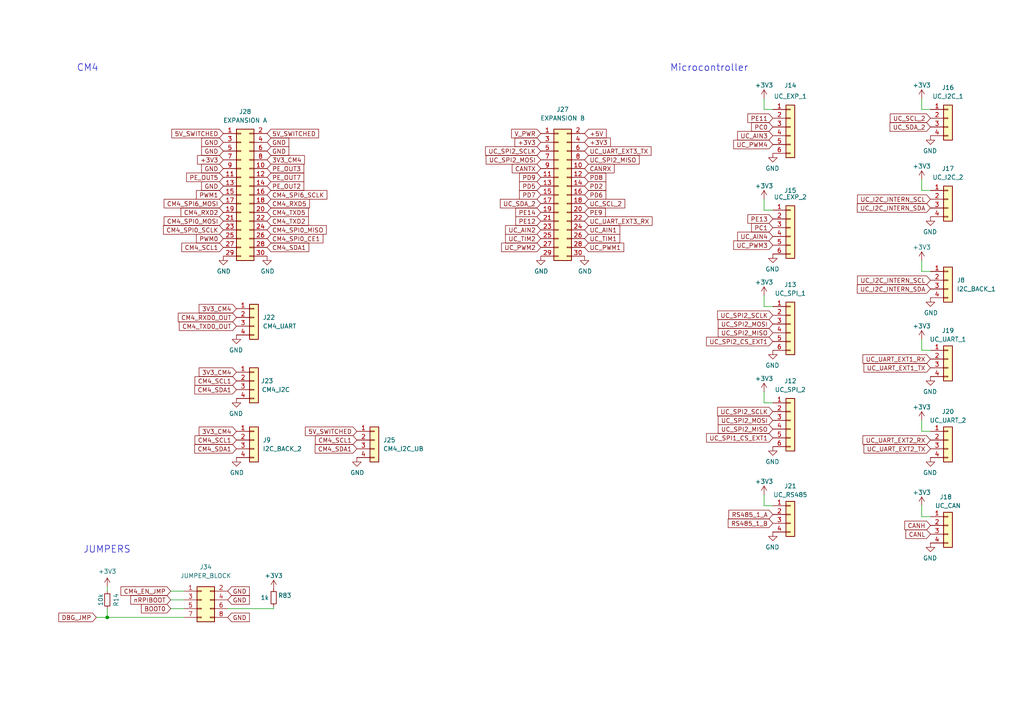
<source format=kicad_sch>
(kicad_sch (version 20211123) (generator eeschema)

  (uuid e27adcc3-f379-4ba5-aab2-0e3ae4f9af54)

  (paper "A4")

  (lib_symbols
    (symbol "Conn_01x04_1" (pin_names (offset 1.016) hide) (in_bom yes) (on_board yes)
      (property "Reference" "J16" (id 0) (at 0 8.255 0)
        (effects (font (size 1.27 1.27)))
      )
      (property "Value" "UC_UART_2" (id 1) (at 0 5.715 0)
        (effects (font (size 1.27 1.27)))
      )
      (property "Footprint" "Connector_JST:JST_GH_BM04B-GHS-TBT_1x04-1MP_P1.25mm_Vertical" (id 2) (at 0 0 0)
        (effects (font (size 1.27 1.27)) hide)
      )
      (property "Datasheet" "~" (id 3) (at 0 0 0)
        (effects (font (size 1.27 1.27)) hide)
      )
      (property "ki_keywords" "connector" (id 4) (at 0 0 0)
        (effects (font (size 1.27 1.27)) hide)
      )
      (property "ki_description" "Generic connector, single row, 01x04, script generated (kicad-library-utils/schlib/autogen/connector/)" (id 5) (at 0 0 0)
        (effects (font (size 1.27 1.27)) hide)
      )
      (property "ki_fp_filters" "Connector*:*_1x??_*" (id 6) (at 0 0 0)
        (effects (font (size 1.27 1.27)) hide)
      )
      (symbol "Conn_01x04_1_1_1"
        (rectangle (start -1.27 -4.953) (end 0 -5.207)
          (stroke (width 0.1524) (type default) (color 0 0 0 0))
          (fill (type none))
        )
        (rectangle (start -1.27 -2.413) (end 0 -2.667)
          (stroke (width 0.1524) (type default) (color 0 0 0 0))
          (fill (type none))
        )
        (rectangle (start -1.27 0.127) (end 0 -0.127)
          (stroke (width 0.1524) (type default) (color 0 0 0 0))
          (fill (type none))
        )
        (rectangle (start -1.27 2.667) (end 0 2.413)
          (stroke (width 0.1524) (type default) (color 0 0 0 0))
          (fill (type none))
        )
        (rectangle (start -1.27 3.81) (end 1.27 -6.35)
          (stroke (width 0.254) (type default) (color 0 0 0 0))
          (fill (type background))
        )
        (pin passive line (at -5.08 2.54 0) (length 3.81)
          (name "Pin_1" (effects (font (size 1.27 1.27))))
          (number "1" (effects (font (size 1.27 1.27))))
        )
        (pin passive line (at -5.08 0 0) (length 3.81)
          (name "Pin_2" (effects (font (size 1.27 1.27))))
          (number "2" (effects (font (size 1.27 1.27))))
        )
        (pin passive line (at -5.08 -2.54 0) (length 3.81)
          (name "Pin_3" (effects (font (size 1.27 1.27))))
          (number "3" (effects (font (size 1.27 1.27))))
        )
        (pin passive line (at -5.08 -5.08 0) (length 3.81)
          (name "Pin_4" (effects (font (size 1.27 1.27))))
          (number "4" (effects (font (size 1.27 1.27))))
        )
      )
    )
    (symbol "Connector_Generic:Conn_01x04" (pin_names (offset 1.016) hide) (in_bom yes) (on_board yes)
      (property "Reference" "J" (id 0) (at 0 5.08 0)
        (effects (font (size 1.27 1.27)))
      )
      (property "Value" "Conn_01x04" (id 1) (at 0 -7.62 0)
        (effects (font (size 1.27 1.27)))
      )
      (property "Footprint" "" (id 2) (at 0 0 0)
        (effects (font (size 1.27 1.27)) hide)
      )
      (property "Datasheet" "~" (id 3) (at 0 0 0)
        (effects (font (size 1.27 1.27)) hide)
      )
      (property "ki_keywords" "connector" (id 4) (at 0 0 0)
        (effects (font (size 1.27 1.27)) hide)
      )
      (property "ki_description" "Generic connector, single row, 01x04, script generated (kicad-library-utils/schlib/autogen/connector/)" (id 5) (at 0 0 0)
        (effects (font (size 1.27 1.27)) hide)
      )
      (property "ki_fp_filters" "Connector*:*_1x??_*" (id 6) (at 0 0 0)
        (effects (font (size 1.27 1.27)) hide)
      )
      (symbol "Conn_01x04_1_1"
        (rectangle (start -1.27 -4.953) (end 0 -5.207)
          (stroke (width 0.1524) (type default) (color 0 0 0 0))
          (fill (type none))
        )
        (rectangle (start -1.27 -2.413) (end 0 -2.667)
          (stroke (width 0.1524) (type default) (color 0 0 0 0))
          (fill (type none))
        )
        (rectangle (start -1.27 0.127) (end 0 -0.127)
          (stroke (width 0.1524) (type default) (color 0 0 0 0))
          (fill (type none))
        )
        (rectangle (start -1.27 2.667) (end 0 2.413)
          (stroke (width 0.1524) (type default) (color 0 0 0 0))
          (fill (type none))
        )
        (rectangle (start -1.27 3.81) (end 1.27 -6.35)
          (stroke (width 0.254) (type default) (color 0 0 0 0))
          (fill (type background))
        )
        (pin passive line (at -5.08 2.54 0) (length 3.81)
          (name "Pin_1" (effects (font (size 1.27 1.27))))
          (number "1" (effects (font (size 1.27 1.27))))
        )
        (pin passive line (at -5.08 0 0) (length 3.81)
          (name "Pin_2" (effects (font (size 1.27 1.27))))
          (number "2" (effects (font (size 1.27 1.27))))
        )
        (pin passive line (at -5.08 -2.54 0) (length 3.81)
          (name "Pin_3" (effects (font (size 1.27 1.27))))
          (number "3" (effects (font (size 1.27 1.27))))
        )
        (pin passive line (at -5.08 -5.08 0) (length 3.81)
          (name "Pin_4" (effects (font (size 1.27 1.27))))
          (number "4" (effects (font (size 1.27 1.27))))
        )
      )
    )
    (symbol "Connector_Generic:Conn_01x06" (pin_names (offset 1.016) hide) (in_bom yes) (on_board yes)
      (property "Reference" "J" (id 0) (at 0 7.62 0)
        (effects (font (size 1.27 1.27)))
      )
      (property "Value" "Conn_01x06" (id 1) (at 0 -10.16 0)
        (effects (font (size 1.27 1.27)))
      )
      (property "Footprint" "" (id 2) (at 0 0 0)
        (effects (font (size 1.27 1.27)) hide)
      )
      (property "Datasheet" "~" (id 3) (at 0 0 0)
        (effects (font (size 1.27 1.27)) hide)
      )
      (property "ki_keywords" "connector" (id 4) (at 0 0 0)
        (effects (font (size 1.27 1.27)) hide)
      )
      (property "ki_description" "Generic connector, single row, 01x06, script generated (kicad-library-utils/schlib/autogen/connector/)" (id 5) (at 0 0 0)
        (effects (font (size 1.27 1.27)) hide)
      )
      (property "ki_fp_filters" "Connector*:*_1x??_*" (id 6) (at 0 0 0)
        (effects (font (size 1.27 1.27)) hide)
      )
      (symbol "Conn_01x06_1_1"
        (rectangle (start -1.27 -7.493) (end 0 -7.747)
          (stroke (width 0.1524) (type default) (color 0 0 0 0))
          (fill (type none))
        )
        (rectangle (start -1.27 -4.953) (end 0 -5.207)
          (stroke (width 0.1524) (type default) (color 0 0 0 0))
          (fill (type none))
        )
        (rectangle (start -1.27 -2.413) (end 0 -2.667)
          (stroke (width 0.1524) (type default) (color 0 0 0 0))
          (fill (type none))
        )
        (rectangle (start -1.27 0.127) (end 0 -0.127)
          (stroke (width 0.1524) (type default) (color 0 0 0 0))
          (fill (type none))
        )
        (rectangle (start -1.27 2.667) (end 0 2.413)
          (stroke (width 0.1524) (type default) (color 0 0 0 0))
          (fill (type none))
        )
        (rectangle (start -1.27 5.207) (end 0 4.953)
          (stroke (width 0.1524) (type default) (color 0 0 0 0))
          (fill (type none))
        )
        (rectangle (start -1.27 6.35) (end 1.27 -8.89)
          (stroke (width 0.254) (type default) (color 0 0 0 0))
          (fill (type background))
        )
        (pin passive line (at -5.08 5.08 0) (length 3.81)
          (name "Pin_1" (effects (font (size 1.27 1.27))))
          (number "1" (effects (font (size 1.27 1.27))))
        )
        (pin passive line (at -5.08 2.54 0) (length 3.81)
          (name "Pin_2" (effects (font (size 1.27 1.27))))
          (number "2" (effects (font (size 1.27 1.27))))
        )
        (pin passive line (at -5.08 0 0) (length 3.81)
          (name "Pin_3" (effects (font (size 1.27 1.27))))
          (number "3" (effects (font (size 1.27 1.27))))
        )
        (pin passive line (at -5.08 -2.54 0) (length 3.81)
          (name "Pin_4" (effects (font (size 1.27 1.27))))
          (number "4" (effects (font (size 1.27 1.27))))
        )
        (pin passive line (at -5.08 -5.08 0) (length 3.81)
          (name "Pin_5" (effects (font (size 1.27 1.27))))
          (number "5" (effects (font (size 1.27 1.27))))
        )
        (pin passive line (at -5.08 -7.62 0) (length 3.81)
          (name "Pin_6" (effects (font (size 1.27 1.27))))
          (number "6" (effects (font (size 1.27 1.27))))
        )
      )
    )
    (symbol "Connector_Generic:Conn_02x04_Odd_Even" (pin_names (offset 1.016) hide) (in_bom yes) (on_board yes)
      (property "Reference" "J" (id 0) (at 1.27 5.08 0)
        (effects (font (size 1.27 1.27)))
      )
      (property "Value" "Conn_02x04_Odd_Even" (id 1) (at 1.27 -7.62 0)
        (effects (font (size 1.27 1.27)))
      )
      (property "Footprint" "" (id 2) (at 0 0 0)
        (effects (font (size 1.27 1.27)) hide)
      )
      (property "Datasheet" "~" (id 3) (at 0 0 0)
        (effects (font (size 1.27 1.27)) hide)
      )
      (property "ki_keywords" "connector" (id 4) (at 0 0 0)
        (effects (font (size 1.27 1.27)) hide)
      )
      (property "ki_description" "Generic connector, double row, 02x04, odd/even pin numbering scheme (row 1 odd numbers, row 2 even numbers), script generated (kicad-library-utils/schlib/autogen/connector/)" (id 5) (at 0 0 0)
        (effects (font (size 1.27 1.27)) hide)
      )
      (property "ki_fp_filters" "Connector*:*_2x??_*" (id 6) (at 0 0 0)
        (effects (font (size 1.27 1.27)) hide)
      )
      (symbol "Conn_02x04_Odd_Even_1_1"
        (rectangle (start -1.27 -4.953) (end 0 -5.207)
          (stroke (width 0.1524) (type default) (color 0 0 0 0))
          (fill (type none))
        )
        (rectangle (start -1.27 -2.413) (end 0 -2.667)
          (stroke (width 0.1524) (type default) (color 0 0 0 0))
          (fill (type none))
        )
        (rectangle (start -1.27 0.127) (end 0 -0.127)
          (stroke (width 0.1524) (type default) (color 0 0 0 0))
          (fill (type none))
        )
        (rectangle (start -1.27 2.667) (end 0 2.413)
          (stroke (width 0.1524) (type default) (color 0 0 0 0))
          (fill (type none))
        )
        (rectangle (start -1.27 3.81) (end 3.81 -6.35)
          (stroke (width 0.254) (type default) (color 0 0 0 0))
          (fill (type background))
        )
        (rectangle (start 3.81 -4.953) (end 2.54 -5.207)
          (stroke (width 0.1524) (type default) (color 0 0 0 0))
          (fill (type none))
        )
        (rectangle (start 3.81 -2.413) (end 2.54 -2.667)
          (stroke (width 0.1524) (type default) (color 0 0 0 0))
          (fill (type none))
        )
        (rectangle (start 3.81 0.127) (end 2.54 -0.127)
          (stroke (width 0.1524) (type default) (color 0 0 0 0))
          (fill (type none))
        )
        (rectangle (start 3.81 2.667) (end 2.54 2.413)
          (stroke (width 0.1524) (type default) (color 0 0 0 0))
          (fill (type none))
        )
        (pin passive line (at -5.08 2.54 0) (length 3.81)
          (name "Pin_1" (effects (font (size 1.27 1.27))))
          (number "1" (effects (font (size 1.27 1.27))))
        )
        (pin passive line (at 7.62 2.54 180) (length 3.81)
          (name "Pin_2" (effects (font (size 1.27 1.27))))
          (number "2" (effects (font (size 1.27 1.27))))
        )
        (pin passive line (at -5.08 0 0) (length 3.81)
          (name "Pin_3" (effects (font (size 1.27 1.27))))
          (number "3" (effects (font (size 1.27 1.27))))
        )
        (pin passive line (at 7.62 0 180) (length 3.81)
          (name "Pin_4" (effects (font (size 1.27 1.27))))
          (number "4" (effects (font (size 1.27 1.27))))
        )
        (pin passive line (at -5.08 -2.54 0) (length 3.81)
          (name "Pin_5" (effects (font (size 1.27 1.27))))
          (number "5" (effects (font (size 1.27 1.27))))
        )
        (pin passive line (at 7.62 -2.54 180) (length 3.81)
          (name "Pin_6" (effects (font (size 1.27 1.27))))
          (number "6" (effects (font (size 1.27 1.27))))
        )
        (pin passive line (at -5.08 -5.08 0) (length 3.81)
          (name "Pin_7" (effects (font (size 1.27 1.27))))
          (number "7" (effects (font (size 1.27 1.27))))
        )
        (pin passive line (at 7.62 -5.08 180) (length 3.81)
          (name "Pin_8" (effects (font (size 1.27 1.27))))
          (number "8" (effects (font (size 1.27 1.27))))
        )
      )
    )
    (symbol "Connector_Generic:Conn_02x15_Odd_Even" (pin_names (offset 1.016) hide) (in_bom yes) (on_board yes)
      (property "Reference" "J" (id 0) (at 1.27 20.32 0)
        (effects (font (size 1.27 1.27)))
      )
      (property "Value" "Conn_02x15_Odd_Even" (id 1) (at 1.27 -20.32 0)
        (effects (font (size 1.27 1.27)))
      )
      (property "Footprint" "" (id 2) (at 0 0 0)
        (effects (font (size 1.27 1.27)) hide)
      )
      (property "Datasheet" "~" (id 3) (at 0 0 0)
        (effects (font (size 1.27 1.27)) hide)
      )
      (property "ki_keywords" "connector" (id 4) (at 0 0 0)
        (effects (font (size 1.27 1.27)) hide)
      )
      (property "ki_description" "Generic connector, double row, 02x15, odd/even pin numbering scheme (row 1 odd numbers, row 2 even numbers), script generated (kicad-library-utils/schlib/autogen/connector/)" (id 5) (at 0 0 0)
        (effects (font (size 1.27 1.27)) hide)
      )
      (property "ki_fp_filters" "Connector*:*_2x??_*" (id 6) (at 0 0 0)
        (effects (font (size 1.27 1.27)) hide)
      )
      (symbol "Conn_02x15_Odd_Even_1_1"
        (rectangle (start -1.27 -17.653) (end 0 -17.907)
          (stroke (width 0.1524) (type default) (color 0 0 0 0))
          (fill (type none))
        )
        (rectangle (start -1.27 -15.113) (end 0 -15.367)
          (stroke (width 0.1524) (type default) (color 0 0 0 0))
          (fill (type none))
        )
        (rectangle (start -1.27 -12.573) (end 0 -12.827)
          (stroke (width 0.1524) (type default) (color 0 0 0 0))
          (fill (type none))
        )
        (rectangle (start -1.27 -10.033) (end 0 -10.287)
          (stroke (width 0.1524) (type default) (color 0 0 0 0))
          (fill (type none))
        )
        (rectangle (start -1.27 -7.493) (end 0 -7.747)
          (stroke (width 0.1524) (type default) (color 0 0 0 0))
          (fill (type none))
        )
        (rectangle (start -1.27 -4.953) (end 0 -5.207)
          (stroke (width 0.1524) (type default) (color 0 0 0 0))
          (fill (type none))
        )
        (rectangle (start -1.27 -2.413) (end 0 -2.667)
          (stroke (width 0.1524) (type default) (color 0 0 0 0))
          (fill (type none))
        )
        (rectangle (start -1.27 0.127) (end 0 -0.127)
          (stroke (width 0.1524) (type default) (color 0 0 0 0))
          (fill (type none))
        )
        (rectangle (start -1.27 2.667) (end 0 2.413)
          (stroke (width 0.1524) (type default) (color 0 0 0 0))
          (fill (type none))
        )
        (rectangle (start -1.27 5.207) (end 0 4.953)
          (stroke (width 0.1524) (type default) (color 0 0 0 0))
          (fill (type none))
        )
        (rectangle (start -1.27 7.747) (end 0 7.493)
          (stroke (width 0.1524) (type default) (color 0 0 0 0))
          (fill (type none))
        )
        (rectangle (start -1.27 10.287) (end 0 10.033)
          (stroke (width 0.1524) (type default) (color 0 0 0 0))
          (fill (type none))
        )
        (rectangle (start -1.27 12.827) (end 0 12.573)
          (stroke (width 0.1524) (type default) (color 0 0 0 0))
          (fill (type none))
        )
        (rectangle (start -1.27 15.367) (end 0 15.113)
          (stroke (width 0.1524) (type default) (color 0 0 0 0))
          (fill (type none))
        )
        (rectangle (start -1.27 17.907) (end 0 17.653)
          (stroke (width 0.1524) (type default) (color 0 0 0 0))
          (fill (type none))
        )
        (rectangle (start -1.27 19.05) (end 3.81 -19.05)
          (stroke (width 0.254) (type default) (color 0 0 0 0))
          (fill (type background))
        )
        (rectangle (start 3.81 -17.653) (end 2.54 -17.907)
          (stroke (width 0.1524) (type default) (color 0 0 0 0))
          (fill (type none))
        )
        (rectangle (start 3.81 -15.113) (end 2.54 -15.367)
          (stroke (width 0.1524) (type default) (color 0 0 0 0))
          (fill (type none))
        )
        (rectangle (start 3.81 -12.573) (end 2.54 -12.827)
          (stroke (width 0.1524) (type default) (color 0 0 0 0))
          (fill (type none))
        )
        (rectangle (start 3.81 -10.033) (end 2.54 -10.287)
          (stroke (width 0.1524) (type default) (color 0 0 0 0))
          (fill (type none))
        )
        (rectangle (start 3.81 -7.493) (end 2.54 -7.747)
          (stroke (width 0.1524) (type default) (color 0 0 0 0))
          (fill (type none))
        )
        (rectangle (start 3.81 -4.953) (end 2.54 -5.207)
          (stroke (width 0.1524) (type default) (color 0 0 0 0))
          (fill (type none))
        )
        (rectangle (start 3.81 -2.413) (end 2.54 -2.667)
          (stroke (width 0.1524) (type default) (color 0 0 0 0))
          (fill (type none))
        )
        (rectangle (start 3.81 0.127) (end 2.54 -0.127)
          (stroke (width 0.1524) (type default) (color 0 0 0 0))
          (fill (type none))
        )
        (rectangle (start 3.81 2.667) (end 2.54 2.413)
          (stroke (width 0.1524) (type default) (color 0 0 0 0))
          (fill (type none))
        )
        (rectangle (start 3.81 5.207) (end 2.54 4.953)
          (stroke (width 0.1524) (type default) (color 0 0 0 0))
          (fill (type none))
        )
        (rectangle (start 3.81 7.747) (end 2.54 7.493)
          (stroke (width 0.1524) (type default) (color 0 0 0 0))
          (fill (type none))
        )
        (rectangle (start 3.81 10.287) (end 2.54 10.033)
          (stroke (width 0.1524) (type default) (color 0 0 0 0))
          (fill (type none))
        )
        (rectangle (start 3.81 12.827) (end 2.54 12.573)
          (stroke (width 0.1524) (type default) (color 0 0 0 0))
          (fill (type none))
        )
        (rectangle (start 3.81 15.367) (end 2.54 15.113)
          (stroke (width 0.1524) (type default) (color 0 0 0 0))
          (fill (type none))
        )
        (rectangle (start 3.81 17.907) (end 2.54 17.653)
          (stroke (width 0.1524) (type default) (color 0 0 0 0))
          (fill (type none))
        )
        (pin passive line (at -5.08 17.78 0) (length 3.81)
          (name "Pin_1" (effects (font (size 1.27 1.27))))
          (number "1" (effects (font (size 1.27 1.27))))
        )
        (pin passive line (at 7.62 7.62 180) (length 3.81)
          (name "Pin_10" (effects (font (size 1.27 1.27))))
          (number "10" (effects (font (size 1.27 1.27))))
        )
        (pin passive line (at -5.08 5.08 0) (length 3.81)
          (name "Pin_11" (effects (font (size 1.27 1.27))))
          (number "11" (effects (font (size 1.27 1.27))))
        )
        (pin passive line (at 7.62 5.08 180) (length 3.81)
          (name "Pin_12" (effects (font (size 1.27 1.27))))
          (number "12" (effects (font (size 1.27 1.27))))
        )
        (pin passive line (at -5.08 2.54 0) (length 3.81)
          (name "Pin_13" (effects (font (size 1.27 1.27))))
          (number "13" (effects (font (size 1.27 1.27))))
        )
        (pin passive line (at 7.62 2.54 180) (length 3.81)
          (name "Pin_14" (effects (font (size 1.27 1.27))))
          (number "14" (effects (font (size 1.27 1.27))))
        )
        (pin passive line (at -5.08 0 0) (length 3.81)
          (name "Pin_15" (effects (font (size 1.27 1.27))))
          (number "15" (effects (font (size 1.27 1.27))))
        )
        (pin passive line (at 7.62 0 180) (length 3.81)
          (name "Pin_16" (effects (font (size 1.27 1.27))))
          (number "16" (effects (font (size 1.27 1.27))))
        )
        (pin passive line (at -5.08 -2.54 0) (length 3.81)
          (name "Pin_17" (effects (font (size 1.27 1.27))))
          (number "17" (effects (font (size 1.27 1.27))))
        )
        (pin passive line (at 7.62 -2.54 180) (length 3.81)
          (name "Pin_18" (effects (font (size 1.27 1.27))))
          (number "18" (effects (font (size 1.27 1.27))))
        )
        (pin passive line (at -5.08 -5.08 0) (length 3.81)
          (name "Pin_19" (effects (font (size 1.27 1.27))))
          (number "19" (effects (font (size 1.27 1.27))))
        )
        (pin passive line (at 7.62 17.78 180) (length 3.81)
          (name "Pin_2" (effects (font (size 1.27 1.27))))
          (number "2" (effects (font (size 1.27 1.27))))
        )
        (pin passive line (at 7.62 -5.08 180) (length 3.81)
          (name "Pin_20" (effects (font (size 1.27 1.27))))
          (number "20" (effects (font (size 1.27 1.27))))
        )
        (pin passive line (at -5.08 -7.62 0) (length 3.81)
          (name "Pin_21" (effects (font (size 1.27 1.27))))
          (number "21" (effects (font (size 1.27 1.27))))
        )
        (pin passive line (at 7.62 -7.62 180) (length 3.81)
          (name "Pin_22" (effects (font (size 1.27 1.27))))
          (number "22" (effects (font (size 1.27 1.27))))
        )
        (pin passive line (at -5.08 -10.16 0) (length 3.81)
          (name "Pin_23" (effects (font (size 1.27 1.27))))
          (number "23" (effects (font (size 1.27 1.27))))
        )
        (pin passive line (at 7.62 -10.16 180) (length 3.81)
          (name "Pin_24" (effects (font (size 1.27 1.27))))
          (number "24" (effects (font (size 1.27 1.27))))
        )
        (pin passive line (at -5.08 -12.7 0) (length 3.81)
          (name "Pin_25" (effects (font (size 1.27 1.27))))
          (number "25" (effects (font (size 1.27 1.27))))
        )
        (pin passive line (at 7.62 -12.7 180) (length 3.81)
          (name "Pin_26" (effects (font (size 1.27 1.27))))
          (number "26" (effects (font (size 1.27 1.27))))
        )
        (pin passive line (at -5.08 -15.24 0) (length 3.81)
          (name "Pin_27" (effects (font (size 1.27 1.27))))
          (number "27" (effects (font (size 1.27 1.27))))
        )
        (pin passive line (at 7.62 -15.24 180) (length 3.81)
          (name "Pin_28" (effects (font (size 1.27 1.27))))
          (number "28" (effects (font (size 1.27 1.27))))
        )
        (pin passive line (at -5.08 -17.78 0) (length 3.81)
          (name "Pin_29" (effects (font (size 1.27 1.27))))
          (number "29" (effects (font (size 1.27 1.27))))
        )
        (pin passive line (at -5.08 15.24 0) (length 3.81)
          (name "Pin_3" (effects (font (size 1.27 1.27))))
          (number "3" (effects (font (size 1.27 1.27))))
        )
        (pin passive line (at 7.62 -17.78 180) (length 3.81)
          (name "Pin_30" (effects (font (size 1.27 1.27))))
          (number "30" (effects (font (size 1.27 1.27))))
        )
        (pin passive line (at 7.62 15.24 180) (length 3.81)
          (name "Pin_4" (effects (font (size 1.27 1.27))))
          (number "4" (effects (font (size 1.27 1.27))))
        )
        (pin passive line (at -5.08 12.7 0) (length 3.81)
          (name "Pin_5" (effects (font (size 1.27 1.27))))
          (number "5" (effects (font (size 1.27 1.27))))
        )
        (pin passive line (at 7.62 12.7 180) (length 3.81)
          (name "Pin_6" (effects (font (size 1.27 1.27))))
          (number "6" (effects (font (size 1.27 1.27))))
        )
        (pin passive line (at -5.08 10.16 0) (length 3.81)
          (name "Pin_7" (effects (font (size 1.27 1.27))))
          (number "7" (effects (font (size 1.27 1.27))))
        )
        (pin passive line (at 7.62 10.16 180) (length 3.81)
          (name "Pin_8" (effects (font (size 1.27 1.27))))
          (number "8" (effects (font (size 1.27 1.27))))
        )
        (pin passive line (at -5.08 7.62 0) (length 3.81)
          (name "Pin_9" (effects (font (size 1.27 1.27))))
          (number "9" (effects (font (size 1.27 1.27))))
        )
      )
    )
    (symbol "Device:R_Small" (pin_numbers hide) (pin_names (offset 0.254) hide) (in_bom yes) (on_board yes)
      (property "Reference" "R" (id 0) (at 0.762 0.508 0)
        (effects (font (size 1.27 1.27)) (justify left))
      )
      (property "Value" "R_Small" (id 1) (at 0.762 -1.016 0)
        (effects (font (size 1.27 1.27)) (justify left))
      )
      (property "Footprint" "" (id 2) (at 0 0 0)
        (effects (font (size 1.27 1.27)) hide)
      )
      (property "Datasheet" "~" (id 3) (at 0 0 0)
        (effects (font (size 1.27 1.27)) hide)
      )
      (property "ki_keywords" "R resistor" (id 4) (at 0 0 0)
        (effects (font (size 1.27 1.27)) hide)
      )
      (property "ki_description" "Resistor, small symbol" (id 5) (at 0 0 0)
        (effects (font (size 1.27 1.27)) hide)
      )
      (property "ki_fp_filters" "R_*" (id 6) (at 0 0 0)
        (effects (font (size 1.27 1.27)) hide)
      )
      (symbol "R_Small_0_1"
        (rectangle (start -0.762 1.778) (end 0.762 -1.778)
          (stroke (width 0.2032) (type default) (color 0 0 0 0))
          (fill (type none))
        )
      )
      (symbol "R_Small_1_1"
        (pin passive line (at 0 2.54 270) (length 0.762)
          (name "~" (effects (font (size 1.27 1.27))))
          (number "1" (effects (font (size 1.27 1.27))))
        )
        (pin passive line (at 0 -2.54 90) (length 0.762)
          (name "~" (effects (font (size 1.27 1.27))))
          (number "2" (effects (font (size 1.27 1.27))))
        )
      )
    )
    (symbol "Power_Protection:USBLC6-2SC6" (pin_names (offset 0)) (in_bom yes) (on_board yes)
      (property "Reference" "U" (id 0) (at 5.08 8.89 0)
        (effects (font (size 1.27 1.27)))
      )
      (property "Value" "USBLC6-2SC6" (id 1) (at 10.16 -10.16 0)
        (effects (font (size 1.27 1.27)))
      )
      (property "Footprint" "Package_TO_SOT_SMD:SOT-23-6" (id 2) (at -19.05 10.16 0)
        (effects (font (size 1.27 1.27)) hide)
      )
      (property "Datasheet" "http://www2.st.com/resource/en/datasheet/CD00050750.pdf" (id 3) (at 5.08 8.89 0)
        (effects (font (size 1.27 1.27)) hide)
      )
      (property "ki_keywords" "usb ethernet" (id 4) (at 0 0 0)
        (effects (font (size 1.27 1.27)) hide)
      )
      (property "ki_description" "Bidirectional ESD Protection Diode, SOT-23-6" (id 5) (at 0 0 0)
        (effects (font (size 1.27 1.27)) hide)
      )
      (property "ki_fp_filters" "SOT?23*" (id 6) (at 0 0 0)
        (effects (font (size 1.27 1.27)) hide)
      )
      (symbol "USBLC6-2SC6_0_1"
        (rectangle (start -7.62 -7.62) (end 7.62 7.62)
          (stroke (width 0.254) (type default) (color 0 0 0 0))
          (fill (type background))
        )
        (circle (center -5.08 0) (radius 0.254)
          (stroke (width 0) (type default) (color 0 0 0 0))
          (fill (type outline))
        )
        (circle (center -2.54 0) (radius 0.254)
          (stroke (width 0) (type default) (color 0 0 0 0))
          (fill (type outline))
        )
        (rectangle (start -2.54 6.35) (end 2.54 -6.35)
          (stroke (width 0) (type default) (color 0 0 0 0))
          (fill (type none))
        )
        (circle (center 0 -6.35) (radius 0.254)
          (stroke (width 0) (type default) (color 0 0 0 0))
          (fill (type outline))
        )
        (polyline
          (pts
            (xy -5.08 -2.54)
            (xy -7.62 -2.54)
          )
          (stroke (width 0) (type default) (color 0 0 0 0))
          (fill (type none))
        )
        (polyline
          (pts
            (xy -5.08 0)
            (xy -5.08 -2.54)
          )
          (stroke (width 0) (type default) (color 0 0 0 0))
          (fill (type none))
        )
        (polyline
          (pts
            (xy -5.08 2.54)
            (xy -7.62 2.54)
          )
          (stroke (width 0) (type default) (color 0 0 0 0))
          (fill (type none))
        )
        (polyline
          (pts
            (xy -1.524 -2.794)
            (xy -3.556 -2.794)
          )
          (stroke (width 0) (type default) (color 0 0 0 0))
          (fill (type none))
        )
        (polyline
          (pts
            (xy -1.524 4.826)
            (xy -3.556 4.826)
          )
          (stroke (width 0) (type default) (color 0 0 0 0))
          (fill (type none))
        )
        (polyline
          (pts
            (xy 0 -7.62)
            (xy 0 -6.35)
          )
          (stroke (width 0) (type default) (color 0 0 0 0))
          (fill (type none))
        )
        (polyline
          (pts
            (xy 0 -6.35)
            (xy 0 1.27)
          )
          (stroke (width 0) (type default) (color 0 0 0 0))
          (fill (type none))
        )
        (polyline
          (pts
            (xy 0 1.27)
            (xy 0 6.35)
          )
          (stroke (width 0) (type default) (color 0 0 0 0))
          (fill (type none))
        )
        (polyline
          (pts
            (xy 0 6.35)
            (xy 0 7.62)
          )
          (stroke (width 0) (type default) (color 0 0 0 0))
          (fill (type none))
        )
        (polyline
          (pts
            (xy 1.524 -2.794)
            (xy 3.556 -2.794)
          )
          (stroke (width 0) (type default) (color 0 0 0 0))
          (fill (type none))
        )
        (polyline
          (pts
            (xy 1.524 4.826)
            (xy 3.556 4.826)
          )
          (stroke (width 0) (type default) (color 0 0 0 0))
          (fill (type none))
        )
        (polyline
          (pts
            (xy 5.08 -2.54)
            (xy 7.62 -2.54)
          )
          (stroke (width 0) (type default) (color 0 0 0 0))
          (fill (type none))
        )
        (polyline
          (pts
            (xy 5.08 0)
            (xy 5.08 -2.54)
          )
          (stroke (width 0) (type default) (color 0 0 0 0))
          (fill (type none))
        )
        (polyline
          (pts
            (xy 5.08 2.54)
            (xy 7.62 2.54)
          )
          (stroke (width 0) (type default) (color 0 0 0 0))
          (fill (type none))
        )
        (polyline
          (pts
            (xy -2.54 0)
            (xy -5.08 0)
            (xy -5.08 2.54)
          )
          (stroke (width 0) (type default) (color 0 0 0 0))
          (fill (type none))
        )
        (polyline
          (pts
            (xy 2.54 0)
            (xy 5.08 0)
            (xy 5.08 2.54)
          )
          (stroke (width 0) (type default) (color 0 0 0 0))
          (fill (type none))
        )
        (polyline
          (pts
            (xy -3.556 -4.826)
            (xy -1.524 -4.826)
            (xy -2.54 -2.794)
            (xy -3.556 -4.826)
          )
          (stroke (width 0) (type default) (color 0 0 0 0))
          (fill (type none))
        )
        (polyline
          (pts
            (xy -3.556 2.794)
            (xy -1.524 2.794)
            (xy -2.54 4.826)
            (xy -3.556 2.794)
          )
          (stroke (width 0) (type default) (color 0 0 0 0))
          (fill (type none))
        )
        (polyline
          (pts
            (xy -1.016 -1.016)
            (xy 1.016 -1.016)
            (xy 0 1.016)
            (xy -1.016 -1.016)
          )
          (stroke (width 0) (type default) (color 0 0 0 0))
          (fill (type none))
        )
        (polyline
          (pts
            (xy 1.016 1.016)
            (xy 0.762 1.016)
            (xy -1.016 1.016)
            (xy -1.016 0.508)
          )
          (stroke (width 0) (type default) (color 0 0 0 0))
          (fill (type none))
        )
        (polyline
          (pts
            (xy 3.556 -4.826)
            (xy 1.524 -4.826)
            (xy 2.54 -2.794)
            (xy 3.556 -4.826)
          )
          (stroke (width 0) (type default) (color 0 0 0 0))
          (fill (type none))
        )
        (polyline
          (pts
            (xy 3.556 2.794)
            (xy 1.524 2.794)
            (xy 2.54 4.826)
            (xy 3.556 2.794)
          )
          (stroke (width 0) (type default) (color 0 0 0 0))
          (fill (type none))
        )
        (circle (center 0 6.35) (radius 0.254)
          (stroke (width 0) (type default) (color 0 0 0 0))
          (fill (type outline))
        )
        (circle (center 2.54 0) (radius 0.254)
          (stroke (width 0) (type default) (color 0 0 0 0))
          (fill (type outline))
        )
        (circle (center 5.08 0) (radius 0.254)
          (stroke (width 0) (type default) (color 0 0 0 0))
          (fill (type outline))
        )
      )
      (symbol "USBLC6-2SC6_1_1"
        (pin passive line (at -12.7 -2.54 0) (length 5.08)
          (name "IO1" (effects (font (size 1.27 1.27))))
          (number "1" (effects (font (size 1.27 1.27))))
        )
        (pin passive line (at 0 -12.7 90) (length 5.08)
          (name "GND" (effects (font (size 1.27 1.27))))
          (number "2" (effects (font (size 1.27 1.27))))
        )
        (pin passive line (at 12.7 -2.54 180) (length 5.08)
          (name "IO2" (effects (font (size 1.27 1.27))))
          (number "3" (effects (font (size 1.27 1.27))))
        )
        (pin passive line (at 12.7 2.54 180) (length 5.08)
          (name "IO2" (effects (font (size 1.27 1.27))))
          (number "4" (effects (font (size 1.27 1.27))))
        )
        (pin passive line (at 0 12.7 270) (length 5.08)
          (name "VBUS" (effects (font (size 1.27 1.27))))
          (number "5" (effects (font (size 1.27 1.27))))
        )
        (pin passive line (at -12.7 2.54 0) (length 5.08)
          (name "IO1" (effects (font (size 1.27 1.27))))
          (number "6" (effects (font (size 1.27 1.27))))
        )
      )
    )
    (symbol "power:+3.3V" (power) (pin_names (offset 0)) (in_bom yes) (on_board yes)
      (property "Reference" "#PWR" (id 0) (at 0 -3.81 0)
        (effects (font (size 1.27 1.27)) hide)
      )
      (property "Value" "+3.3V" (id 1) (at 0 3.556 0)
        (effects (font (size 1.27 1.27)))
      )
      (property "Footprint" "" (id 2) (at 0 0 0)
        (effects (font (size 1.27 1.27)) hide)
      )
      (property "Datasheet" "" (id 3) (at 0 0 0)
        (effects (font (size 1.27 1.27)) hide)
      )
      (property "ki_keywords" "power-flag" (id 4) (at 0 0 0)
        (effects (font (size 1.27 1.27)) hide)
      )
      (property "ki_description" "Power flag" (id 5) (at 0 0 0)
        (effects (font (size 1.27 1.27)) hide)
      )
      (symbol "+3.3V_0_1"
        (polyline
          (pts
            (xy -0.762 1.27)
            (xy 0 2.54)
          )
          (stroke (width 0) (type default) (color 0 0 0 0))
          (fill (type none))
        )
        (polyline
          (pts
            (xy 0 0)
            (xy 0 2.54)
          )
          (stroke (width 0) (type default) (color 0 0 0 0))
          (fill (type none))
        )
        (polyline
          (pts
            (xy 0 2.54)
            (xy 0.762 1.27)
          )
          (stroke (width 0) (type default) (color 0 0 0 0))
          (fill (type none))
        )
      )
      (symbol "+3.3V_1_1"
        (pin power_in line (at 0 0 90) (length 0) hide
          (name "+3V3" (effects (font (size 1.27 1.27))))
          (number "1" (effects (font (size 1.27 1.27))))
        )
      )
    )
    (symbol "power:+3V3" (power) (pin_names (offset 0)) (in_bom yes) (on_board yes)
      (property "Reference" "#PWR" (id 0) (at 0 -3.81 0)
        (effects (font (size 1.27 1.27)) hide)
      )
      (property "Value" "+3V3" (id 1) (at 0 3.556 0)
        (effects (font (size 1.27 1.27)))
      )
      (property "Footprint" "" (id 2) (at 0 0 0)
        (effects (font (size 1.27 1.27)) hide)
      )
      (property "Datasheet" "" (id 3) (at 0 0 0)
        (effects (font (size 1.27 1.27)) hide)
      )
      (property "ki_keywords" "power-flag" (id 4) (at 0 0 0)
        (effects (font (size 1.27 1.27)) hide)
      )
      (property "ki_description" "Power flag" (id 5) (at 0 0 0)
        (effects (font (size 1.27 1.27)) hide)
      )
      (symbol "+3V3_0_1"
        (polyline
          (pts
            (xy -0.762 1.27)
            (xy 0 2.54)
          )
          (stroke (width 0) (type default) (color 0 0 0 0))
          (fill (type none))
        )
        (polyline
          (pts
            (xy 0 0)
            (xy 0 2.54)
          )
          (stroke (width 0) (type default) (color 0 0 0 0))
          (fill (type none))
        )
        (polyline
          (pts
            (xy 0 2.54)
            (xy 0.762 1.27)
          )
          (stroke (width 0) (type default) (color 0 0 0 0))
          (fill (type none))
        )
      )
      (symbol "+3V3_1_1"
        (pin power_in line (at 0 0 90) (length 0) hide
          (name "+3V3" (effects (font (size 1.27 1.27))))
          (number "1" (effects (font (size 1.27 1.27))))
        )
      )
    )
    (symbol "power:GND" (power) (pin_names (offset 0)) (in_bom yes) (on_board yes)
      (property "Reference" "#PWR" (id 0) (at 0 -6.35 0)
        (effects (font (size 1.27 1.27)) hide)
      )
      (property "Value" "GND" (id 1) (at 0 -3.81 0)
        (effects (font (size 1.27 1.27)))
      )
      (property "Footprint" "" (id 2) (at 0 0 0)
        (effects (font (size 1.27 1.27)) hide)
      )
      (property "Datasheet" "" (id 3) (at 0 0 0)
        (effects (font (size 1.27 1.27)) hide)
      )
      (property "ki_keywords" "power-flag" (id 4) (at 0 0 0)
        (effects (font (size 1.27 1.27)) hide)
      )
      (property "ki_description" "Power flag, ground" (id 5) (at 0 0 0)
        (effects (font (size 1.27 1.27)) hide)
      )
      (symbol "GND_0_1"
        (polyline
          (pts
            (xy 0 0)
            (xy 0 -1.27)
            (xy 1.27 -1.27)
            (xy 0 -2.54)
            (xy -1.27 -1.27)
            (xy 0 -1.27)
          )
          (stroke (width 0) (type default) (color 0 0 0 0))
          (fill (type none))
        )
      )
      (symbol "GND_1_1"
        (pin power_in line (at 0 0 270) (length 0) hide
          (name "GND" (effects (font (size 1.27 1.27))))
          (number "1" (effects (font (size 1.27 1.27))))
        )
      )
    )
  )

  (junction (at 31.115 179.07) (diameter 0) (color 0 0 0 0)
    (uuid 3fa7b9b2-901c-45bc-bb48-11ab5d813bc5)
  )

  (wire (pts (xy 267.335 98.425) (xy 267.335 101.6))
    (stroke (width 0) (type default) (color 0 0 0 0))
    (uuid 00bca91c-6b1a-483b-bd69-12e0d2f45d9e)
  )
  (wire (pts (xy 221.615 57.785) (xy 221.615 60.96))
    (stroke (width 0) (type default) (color 0 0 0 0))
    (uuid 1074f436-2e44-4ad3-9ca7-68d2c85404da)
  )
  (wire (pts (xy 267.335 55.245) (xy 269.875 55.245))
    (stroke (width 0) (type default) (color 0 0 0 0))
    (uuid 14b61856-dff1-47d6-b916-feed11915692)
  )
  (wire (pts (xy 267.335 31.75) (xy 269.875 31.75))
    (stroke (width 0) (type default) (color 0 0 0 0))
    (uuid 187e23d6-f43b-4c3e-a4c3-5da3154ef29d)
  )
  (wire (pts (xy 221.615 60.96) (xy 224.155 60.96))
    (stroke (width 0) (type default) (color 0 0 0 0))
    (uuid 1a11bc6b-9d90-4ed0-b774-a92cb3940edd)
  )
  (wire (pts (xy 221.615 116.84) (xy 224.155 116.84))
    (stroke (width 0) (type default) (color 0 0 0 0))
    (uuid 1b54de0c-2ab9-4670-9590-0bcb7c26834a)
  )
  (wire (pts (xy 221.615 113.665) (xy 221.615 116.84))
    (stroke (width 0) (type default) (color 0 0 0 0))
    (uuid 1cbcad14-a804-4a07-9707-0d6b9b306184)
  )
  (wire (pts (xy 221.615 85.725) (xy 221.615 88.9))
    (stroke (width 0) (type default) (color 0 0 0 0))
    (uuid 1dfb35a0-143c-4ba4-a227-2ec72d0dfe17)
  )
  (wire (pts (xy 221.615 143.51) (xy 221.615 146.685))
    (stroke (width 0) (type default) (color 0 0 0 0))
    (uuid 2409196a-a3e0-4c16-96a9-75bb077db02e)
  )
  (wire (pts (xy 267.335 28.575) (xy 267.335 31.75))
    (stroke (width 0) (type default) (color 0 0 0 0))
    (uuid 429dc162-b2ee-482d-8342-a8274c6f9002)
  )
  (wire (pts (xy 49.53 173.99) (xy 53.34 173.99))
    (stroke (width 0) (type default) (color 0 0 0 0))
    (uuid 55a589a3-99f1-4a0a-a4cc-cb5b8109b619)
  )
  (wire (pts (xy 49.53 176.53) (xy 53.34 176.53))
    (stroke (width 0) (type default) (color 0 0 0 0))
    (uuid 5c038fe8-f13b-43e7-8e48-d03d295a463f)
  )
  (wire (pts (xy 267.335 125.095) (xy 269.875 125.095))
    (stroke (width 0) (type default) (color 0 0 0 0))
    (uuid 5d8fb8bf-46a0-4c67-a8f1-7e6adb221b29)
  )
  (wire (pts (xy 221.615 146.685) (xy 224.155 146.685))
    (stroke (width 0) (type default) (color 0 0 0 0))
    (uuid 601d3e5d-3b06-419a-b9d3-3959ab6390de)
  )
  (wire (pts (xy 79.375 175.895) (xy 79.375 176.53))
    (stroke (width 0) (type default) (color 0 0 0 0))
    (uuid 65a9560d-d499-4c10-a46f-dd1ddd324b0d)
  )
  (wire (pts (xy 221.615 31.75) (xy 224.155 31.75))
    (stroke (width 0) (type default) (color 0 0 0 0))
    (uuid 8520ec98-8c03-46d7-9acc-05ca7816d04b)
  )
  (wire (pts (xy 221.615 88.9) (xy 224.155 88.9))
    (stroke (width 0) (type default) (color 0 0 0 0))
    (uuid 8933bfe1-80f0-4882-8665-645eccdb5f67)
  )
  (wire (pts (xy 267.335 52.07) (xy 267.335 55.245))
    (stroke (width 0) (type default) (color 0 0 0 0))
    (uuid 8b3dc083-fb36-4eb3-a4aa-b3449f9f77b6)
  )
  (wire (pts (xy 27.94 179.07) (xy 31.115 179.07))
    (stroke (width 0) (type default) (color 0 0 0 0))
    (uuid 962a89f1-6a6c-45ee-b355-c50c1a814645)
  )
  (wire (pts (xy 49.53 171.45) (xy 53.34 171.45))
    (stroke (width 0) (type default) (color 0 0 0 0))
    (uuid a94d2e84-a32a-4a73-b43d-773244385cc2)
  )
  (wire (pts (xy 79.375 176.53) (xy 66.04 176.53))
    (stroke (width 0) (type default) (color 0 0 0 0))
    (uuid b0d3edea-482c-461a-81fe-9e801ec27a0c)
  )
  (wire (pts (xy 267.335 121.92) (xy 267.335 125.095))
    (stroke (width 0) (type default) (color 0 0 0 0))
    (uuid b5d807c9-a5f6-47b7-b9bc-d1a7d0613db8)
  )
  (wire (pts (xy 267.335 149.86) (xy 269.875 149.86))
    (stroke (width 0) (type default) (color 0 0 0 0))
    (uuid cb3aadbb-6f24-4d2b-b7d3-6e62e42e7235)
  )
  (wire (pts (xy 267.335 75.565) (xy 267.335 78.74))
    (stroke (width 0) (type default) (color 0 0 0 0))
    (uuid d1dfebfb-6f1d-4556-bbf9-70cfcc46020e)
  )
  (wire (pts (xy 221.615 28.575) (xy 221.615 31.75))
    (stroke (width 0) (type default) (color 0 0 0 0))
    (uuid e0aaeba8-fffd-4489-972f-33e51c7c31ac)
  )
  (wire (pts (xy 267.335 146.685) (xy 267.335 149.86))
    (stroke (width 0) (type default) (color 0 0 0 0))
    (uuid e585b328-0c21-4a9b-9d03-43bced2fe4ab)
  )
  (wire (pts (xy 267.335 78.74) (xy 269.875 78.74))
    (stroke (width 0) (type default) (color 0 0 0 0))
    (uuid e7099102-32ed-4c2d-94ea-0516d10668aa)
  )
  (wire (pts (xy 31.115 176.53) (xy 31.115 179.07))
    (stroke (width 0) (type default) (color 0 0 0 0))
    (uuid eddf4513-ba57-4b7a-a9f7-e7e7e93a0a4e)
  )
  (wire (pts (xy 267.335 101.6) (xy 269.875 101.6))
    (stroke (width 0) (type default) (color 0 0 0 0))
    (uuid f2dd8111-bf56-49ae-95f9-6c7ce764cbcc)
  )
  (wire (pts (xy 31.115 179.07) (xy 53.34 179.07))
    (stroke (width 0) (type default) (color 0 0 0 0))
    (uuid f8c08fe4-d3f7-4c92-b1f9-50072a4cc2ef)
  )
  (wire (pts (xy 31.115 170.18) (xy 31.115 171.45))
    (stroke (width 0) (type default) (color 0 0 0 0))
    (uuid ff69e2c7-7021-4f72-a878-fdc2609a6a67)
  )

  (text "JUMPERS" (at 24.13 160.655 0)
    (effects (font (size 2 2)) (justify left bottom))
    (uuid 2411b12a-8487-4795-93ff-aaf71a0af230)
  )
  (text "CM4" (at 22.225 20.955 0)
    (effects (font (size 2 2)) (justify left bottom))
    (uuid 51a06fe2-fd65-411a-92ba-09ecbf7c50d3)
  )
  (text "Microcontroller" (at 194.31 20.955 0)
    (effects (font (size 2 2)) (justify left bottom))
    (uuid ed71803b-7a81-4283-b1ad-3d2cc20ca70e)
  )

  (global_label "CM4_RXD2" (shape input) (at 64.77 61.595 180) (fields_autoplaced)
    (effects (font (size 1.27 1.27)) (justify right))
    (uuid 00ba18e1-d8be-4cf2-ae0e-8cb00c7c0f3a)
    (property "Intersheet References" "${INTERSHEET_REFS}" (id 0) (at 52.4993 61.6744 0)
      (effects (font (size 1.27 1.27)) (justify right) hide)
    )
  )
  (global_label "GND" (shape input) (at 66.04 173.99 0)
    (effects (font (size 1.27 1.27)) (justify left))
    (uuid 02b49873-789a-4892-a563-8f5da3865b99)
    (property "Intersheet References" "${INTERSHEET_REFS}" (id 0) (at 79.23 174.0694 0)
      (effects (font (size 1.27 1.27)) (justify left) hide)
    )
  )
  (global_label "3V3_CM4" (shape input) (at 77.47 46.355 0) (fields_autoplaced)
    (effects (font (size 1.27 1.27)) (justify left))
    (uuid 0739b69e-b7e2-4ca8-8408-89b24f8d0f32)
    (property "Intersheet References" "${INTERSHEET_REFS}" (id 0) (at 88.2893 46.2756 0)
      (effects (font (size 1.27 1.27)) (justify left) hide)
    )
  )
  (global_label "UC_UART_EXT3_RX" (shape input) (at 169.545 64.135 0)
    (effects (font (size 1.27 1.27)) (justify left))
    (uuid 0b785dcf-5732-438d-beb0-9f5a87c35705)
    (property "Intersheet References" "${INTERSHEET_REFS}" (id 0) (at 181.2835 64.0556 0)
      (effects (font (size 1.27 1.27)) (justify left) hide)
    )
  )
  (global_label "PE13" (shape input) (at 224.155 63.5 180)
    (effects (font (size 1.27 1.27)) (justify right))
    (uuid 100af0b7-7f8a-408b-a389-3cdc51edeb8a)
    (property "Intersheet References" "${INTERSHEET_REFS}" (id 0) (at 212.4165 63.4206 0)
      (effects (font (size 1.27 1.27)) (justify right) hide)
    )
  )
  (global_label "3V3_CM4" (shape input) (at 68.58 89.535 180) (fields_autoplaced)
    (effects (font (size 1.27 1.27)) (justify right))
    (uuid 16629052-735a-42e9-9c09-0b70ab1f9eb7)
    (property "Intersheet References" "${INTERSHEET_REFS}" (id 0) (at 57.7607 89.4556 0)
      (effects (font (size 1.27 1.27)) (justify right) hide)
    )
  )
  (global_label "V_PWR" (shape input) (at 156.845 38.735 180)
    (effects (font (size 1.27 1.27)) (justify right))
    (uuid 1799fd8e-f48a-4adb-9e12-e7526e647462)
    (property "Intersheet References" "${INTERSHEET_REFS}" (id 0) (at 145.1065 38.8144 0)
      (effects (font (size 1.27 1.27)) (justify right) hide)
    )
  )
  (global_label "UC_PWM2" (shape input) (at 156.845 71.755 180) (fields_autoplaced)
    (effects (font (size 1.27 1.27)) (justify right))
    (uuid 22278ba1-539d-4e19-bae7-b47d9fd84b16)
    (property "Intersheet References" "${INTERSHEET_REFS}" (id 0) (at 145.4814 71.6756 0)
      (effects (font (size 1.27 1.27)) (justify right) hide)
    )
  )
  (global_label "GND" (shape input) (at 64.77 43.815 180) (fields_autoplaced)
    (effects (font (size 1.27 1.27)) (justify right))
    (uuid 231f002b-4931-4fd7-9c8f-d800bdceff75)
    (property "Intersheet References" "${INTERSHEET_REFS}" (id 0) (at 58.4864 43.8944 0)
      (effects (font (size 1.27 1.27)) (justify right) hide)
    )
  )
  (global_label "PE_OUT2" (shape input) (at 77.47 53.975 0)
    (effects (font (size 1.27 1.27)) (justify left))
    (uuid 25586e4a-9a18-4929-80cb-0eba69438e06)
    (property "Intersheet References" "${INTERSHEET_REFS}" (id 0) (at 89.2085 53.8956 0)
      (effects (font (size 1.27 1.27)) (justify left) hide)
    )
  )
  (global_label "PE_OUT7" (shape input) (at 77.47 51.435 0)
    (effects (font (size 1.27 1.27)) (justify left))
    (uuid 2ae35405-6dc2-4213-a47f-4b70c13ceed4)
    (property "Intersheet References" "${INTERSHEET_REFS}" (id 0) (at 92.2323 51.5144 0)
      (effects (font (size 1.27 1.27)) (justify left) hide)
    )
  )
  (global_label "5V_SWITCHED" (shape input) (at 64.77 38.735 180) (fields_autoplaced)
    (effects (font (size 1.27 1.27)) (justify right))
    (uuid 2ebaf0b5-1d46-4494-9113-9d26dc186eee)
    (property "Intersheet References" "${INTERSHEET_REFS}" (id 0) (at 49.8383 38.8144 0)
      (effects (font (size 1.27 1.27)) (justify right) hide)
    )
  )
  (global_label "+3V3" (shape input) (at 64.77 46.355 180)
    (effects (font (size 1.27 1.27)) (justify right))
    (uuid 3017f4c0-613b-49d3-9207-042b0fb2f154)
    (property "Intersheet References" "${INTERSHEET_REFS}" (id 0) (at 53.0315 46.4344 0)
      (effects (font (size 1.27 1.27)) (justify right) hide)
    )
  )
  (global_label "UC_PWM3" (shape input) (at 224.155 71.12 180) (fields_autoplaced)
    (effects (font (size 1.27 1.27)) (justify right))
    (uuid 338f7e56-4212-4263-9e11-2fd4aed2a4ef)
    (property "Intersheet References" "${INTERSHEET_REFS}" (id 0) (at 212.7914 71.1994 0)
      (effects (font (size 1.27 1.27)) (justify right) hide)
    )
  )
  (global_label "UC_SPI2_CS_EXT1" (shape input) (at 224.155 99.06 180)
    (effects (font (size 1.27 1.27)) (justify right))
    (uuid 33ca7672-292a-48dc-a971-5e50ed37d1c9)
    (property "Intersheet References" "${INTERSHEET_REFS}" (id 0) (at 209.5741 99.1394 0)
      (effects (font (size 1.27 1.27)) (justify right) hide)
    )
  )
  (global_label "UC_I2C_INTERN_SDA" (shape input) (at 269.875 60.325 180)
    (effects (font (size 1.27 1.27)) (justify right))
    (uuid 36575a6f-e417-4510-8318-c03956244c63)
    (property "Intersheet References" "${INTERSHEET_REFS}" (id 0) (at 255.2941 60.4044 0)
      (effects (font (size 1.27 1.27)) (justify right) hide)
    )
  )
  (global_label "PD6" (shape input) (at 169.545 56.515 0)
    (effects (font (size 1.27 1.27)) (justify left))
    (uuid 37f152df-24ed-4226-85db-d2399413f961)
    (property "Intersheet References" "${INTERSHEET_REFS}" (id 0) (at 181.2835 56.4356 0)
      (effects (font (size 1.27 1.27)) (justify left) hide)
    )
  )
  (global_label "PE11" (shape input) (at 224.155 34.29 180)
    (effects (font (size 1.27 1.27)) (justify right))
    (uuid 394ab23f-6ecf-415e-8324-e82f623b5510)
    (property "Intersheet References" "${INTERSHEET_REFS}" (id 0) (at 212.4165 34.2106 0)
      (effects (font (size 1.27 1.27)) (justify right) hide)
    )
  )
  (global_label "UC_UART_EXT1_TX" (shape input) (at 269.875 106.68 180)
    (effects (font (size 1.27 1.27)) (justify right))
    (uuid 3a389179-e4c5-4942-8025-2308cf3f5f05)
    (property "Intersheet References" "${INTERSHEET_REFS}" (id 0) (at 258.1365 106.6006 0)
      (effects (font (size 1.27 1.27)) (justify right) hide)
    )
  )
  (global_label "UC_UART_EXT2_RX" (shape input) (at 269.875 127.635 180)
    (effects (font (size 1.27 1.27)) (justify right))
    (uuid 3aaba2db-4b55-415c-843f-93d9ec95c53d)
    (property "Intersheet References" "${INTERSHEET_REFS}" (id 0) (at 258.1365 127.5556 0)
      (effects (font (size 1.27 1.27)) (justify right) hide)
    )
  )
  (global_label "CM4_RXD0_OUT" (shape input) (at 68.58 92.075 180) (fields_autoplaced)
    (effects (font (size 1.27 1.27)) (justify right))
    (uuid 3f708349-5df3-4c40-a36c-4b745215721c)
    (property "Intersheet References" "${INTERSHEET_REFS}" (id 0) (at 51.7131 91.9956 0)
      (effects (font (size 1.27 1.27)) (justify right) hide)
    )
  )
  (global_label "+3V3" (shape input) (at 156.845 41.275 180)
    (effects (font (size 1.27 1.27)) (justify right))
    (uuid 42ca32ec-9e1d-4ed8-ba7a-012736fa492c)
    (property "Intersheet References" "${INTERSHEET_REFS}" (id 0) (at 145.1065 41.3544 0)
      (effects (font (size 1.27 1.27)) (justify right) hide)
    )
  )
  (global_label "CM4_TXD0" (shape input) (at -19.05 103.505 0) (fields_autoplaced)
    (effects (font (size 1.27 1.27)) (justify left))
    (uuid 43a85754-fddd-45d2-8fc6-a1a743a8554f)
    (property "Intersheet References" "${INTERSHEET_REFS}" (id 0) (at -7.0817 103.5844 0)
      (effects (font (size 1.27 1.27)) (justify left) hide)
    )
  )
  (global_label "DBG_JMP" (shape input) (at 27.94 179.07 180) (fields_autoplaced)
    (effects (font (size 1.27 1.27)) (justify right))
    (uuid 457b2bf3-93fb-43e2-a703-12989f1f119d)
    (property "Intersheet References" "${INTERSHEET_REFS}" (id 0) (at 17.0602 178.9906 0)
      (effects (font (size 1.27 1.27)) (justify right) hide)
    )
  )
  (global_label "CM4_RXD5" (shape input) (at 77.47 59.055 0) (fields_autoplaced)
    (effects (font (size 1.27 1.27)) (justify left))
    (uuid 46c1215e-7a8c-4522-aad8-b2dacc277f41)
    (property "Intersheet References" "${INTERSHEET_REFS}" (id 0) (at 89.7407 58.9756 0)
      (effects (font (size 1.27 1.27)) (justify left) hide)
    )
  )
  (global_label "UC_SDA_2" (shape input) (at 156.845 59.055 180) (fields_autoplaced)
    (effects (font (size 1.27 1.27)) (justify right))
    (uuid 4901e106-f0ab-4dc9-bde9-be14d1682d93)
    (property "Intersheet References" "${INTERSHEET_REFS}" (id 0) (at 145.1186 59.1344 0)
      (effects (font (size 1.27 1.27)) (justify right) hide)
    )
  )
  (global_label "UC_UART_EXT2_TX" (shape input) (at 269.875 130.175 180)
    (effects (font (size 1.27 1.27)) (justify right))
    (uuid 495f6ab6-253d-4bed-8702-bb976de17019)
    (property "Intersheet References" "${INTERSHEET_REFS}" (id 0) (at 258.1365 130.0956 0)
      (effects (font (size 1.27 1.27)) (justify right) hide)
    )
  )
  (global_label "CM4_SPI0_SCLK" (shape input) (at 64.77 66.675 180) (fields_autoplaced)
    (effects (font (size 1.27 1.27)) (justify right))
    (uuid 4aeb230c-ffb8-47e1-a16e-8cb291cd1c2e)
    (property "Intersheet References" "${INTERSHEET_REFS}" (id 0) (at 47.4193 66.5956 0)
      (effects (font (size 1.27 1.27)) (justify right) hide)
    )
  )
  (global_label "CM4_TXD0_OUT" (shape input) (at -19.05 98.425 0) (fields_autoplaced)
    (effects (font (size 1.27 1.27)) (justify left))
    (uuid 4dacf8d8-09e1-4c0e-bcb9-48293aafb826)
    (property "Intersheet References" "${INTERSHEET_REFS}" (id 0) (at -2.4855 98.5044 0)
      (effects (font (size 1.27 1.27)) (justify left) hide)
    )
  )
  (global_label "UC_PWM1" (shape input) (at 169.545 71.755 0) (fields_autoplaced)
    (effects (font (size 1.27 1.27)) (justify left))
    (uuid 4e4efd6c-1a6b-4d52-8f36-8fa3fc147af8)
    (property "Intersheet References" "${INTERSHEET_REFS}" (id 0) (at 180.9086 71.8344 0)
      (effects (font (size 1.27 1.27)) (justify left) hide)
    )
  )
  (global_label "UC_SPI2_MISO" (shape input) (at 224.155 124.46 180)
    (effects (font (size 1.27 1.27)) (justify right))
    (uuid 50dc1627-5b2c-4871-9b31-b7ef213a57de)
    (property "Intersheet References" "${INTERSHEET_REFS}" (id 0) (at 209.5741 124.5394 0)
      (effects (font (size 1.27 1.27)) (justify right) hide)
    )
  )
  (global_label "PE_OUT5" (shape input) (at 64.77 51.435 180)
    (effects (font (size 1.27 1.27)) (justify right))
    (uuid 51ca3d7e-f532-4518-abdd-888ba29b0548)
    (property "Intersheet References" "${INTERSHEET_REFS}" (id 0) (at 50.0077 51.3556 0)
      (effects (font (size 1.27 1.27)) (justify right) hide)
    )
  )
  (global_label "UC_TIM1" (shape input) (at 169.545 69.215 0) (fields_autoplaced)
    (effects (font (size 1.27 1.27)) (justify left))
    (uuid 52bdf961-0512-4850-acb4-b4acdb1a9f10)
    (property "Intersheet References" "${INTERSHEET_REFS}" (id 0) (at 179.7595 69.2944 0)
      (effects (font (size 1.27 1.27)) (justify left) hide)
    )
  )
  (global_label "UC_SPI2_MOSI" (shape input) (at 224.155 93.98 180)
    (effects (font (size 1.27 1.27)) (justify right))
    (uuid 581fdaec-2638-4c40-8685-0b46244a1311)
    (property "Intersheet References" "${INTERSHEET_REFS}" (id 0) (at 209.5741 94.0594 0)
      (effects (font (size 1.27 1.27)) (justify right) hide)
    )
  )
  (global_label "CANL" (shape input) (at 269.875 154.94 180)
    (effects (font (size 1.27 1.27)) (justify right))
    (uuid 58b6f1d9-bc58-47e3-bbb7-47180228720e)
    (property "Intersheet References" "${INTERSHEET_REFS}" (id 0) (at 258.1365 154.8606 0)
      (effects (font (size 1.27 1.27)) (justify right) hide)
    )
  )
  (global_label "UC_SPI2_SCLK" (shape input) (at 224.155 91.44 180)
    (effects (font (size 1.27 1.27)) (justify right))
    (uuid 5d270f00-4230-40be-b076-81c635946c8b)
    (property "Intersheet References" "${INTERSHEET_REFS}" (id 0) (at 209.5741 91.5194 0)
      (effects (font (size 1.27 1.27)) (justify right) hide)
    )
  )
  (global_label "UC_SPI2_MOSI" (shape input) (at 156.845 46.355 180)
    (effects (font (size 1.27 1.27)) (justify right))
    (uuid 5ec6464f-91ff-4387-b2f4-ec936f19e2f1)
    (property "Intersheet References" "${INTERSHEET_REFS}" (id 0) (at 142.2641 46.4344 0)
      (effects (font (size 1.27 1.27)) (justify right) hide)
    )
  )
  (global_label "nRPIBOOT" (shape input) (at 49.53 173.99 180)
    (effects (font (size 1.27 1.27)) (justify right))
    (uuid 5fa965f0-b357-4154-8f4a-8b7c2c8e17fc)
    (property "Intersheet References" "${INTERSHEET_REFS}" (id 0) (at 36.4005 174.0694 0)
      (effects (font (size 1.27 1.27)) (justify right) hide)
    )
  )
  (global_label "UC_SPI2_MISO" (shape input) (at 169.545 46.355 0)
    (effects (font (size 1.27 1.27)) (justify left))
    (uuid 60c89e46-6538-468e-9b48-3041c1faaee0)
    (property "Intersheet References" "${INTERSHEET_REFS}" (id 0) (at 184.1259 46.2756 0)
      (effects (font (size 1.27 1.27)) (justify left) hide)
    )
  )
  (global_label "CM4_SDA1" (shape input) (at 103.505 130.175 180) (fields_autoplaced)
    (effects (font (size 1.27 1.27)) (justify right))
    (uuid 61dc861a-f1a1-4047-b0dc-8467c610b19a)
    (property "Intersheet References" "${INTERSHEET_REFS}" (id 0) (at 91.4157 130.2544 0)
      (effects (font (size 1.27 1.27)) (justify right) hide)
    )
  )
  (global_label "UC_AIN2" (shape input) (at 156.845 66.675 180) (fields_autoplaced)
    (effects (font (size 1.27 1.27)) (justify right))
    (uuid 63f6c99f-4cbf-49ed-95bd-70b957c030c0)
    (property "Intersheet References" "${INTERSHEET_REFS}" (id 0) (at 146.6305 66.5956 0)
      (effects (font (size 1.27 1.27)) (justify right) hide)
    )
  )
  (global_label "UC_I2C_INTERN_SCL" (shape input) (at 269.875 81.28 180)
    (effects (font (size 1.27 1.27)) (justify right))
    (uuid 64a94098-32d8-4bdf-b4ba-14d224630ec6)
    (property "Intersheet References" "${INTERSHEET_REFS}" (id 0) (at 255.2941 81.2006 0)
      (effects (font (size 1.27 1.27)) (justify right) hide)
    )
  )
  (global_label "CM4_SCL1" (shape input) (at 68.58 127.635 180) (fields_autoplaced)
    (effects (font (size 1.27 1.27)) (justify right))
    (uuid 65c63e7a-de5b-4918-b58d-9063602a4f6d)
    (property "Intersheet References" "${INTERSHEET_REFS}" (id 0) (at 56.5512 127.7144 0)
      (effects (font (size 1.27 1.27)) (justify right) hide)
    )
  )
  (global_label "CM4_SPI0_MOSI" (shape input) (at 64.77 64.135 180) (fields_autoplaced)
    (effects (font (size 1.27 1.27)) (justify right))
    (uuid 66b2f96a-ec37-4963-aec7-299a4a4c7a2c)
    (property "Intersheet References" "${INTERSHEET_REFS}" (id 0) (at 47.6007 64.0556 0)
      (effects (font (size 1.27 1.27)) (justify right) hide)
    )
  )
  (global_label "UC_I2C_INTERN_SDA" (shape input) (at 269.875 83.82 180)
    (effects (font (size 1.27 1.27)) (justify right))
    (uuid 67d46362-9e25-405d-b04b-72c0974dc8ba)
    (property "Intersheet References" "${INTERSHEET_REFS}" (id 0) (at 255.2941 83.7406 0)
      (effects (font (size 1.27 1.27)) (justify right) hide)
    )
  )
  (global_label "UC_AIN3" (shape input) (at 224.155 39.37 180) (fields_autoplaced)
    (effects (font (size 1.27 1.27)) (justify right))
    (uuid 6edcd449-46d7-4bbc-9d4b-216c917b57b1)
    (property "Intersheet References" "${INTERSHEET_REFS}" (id 0) (at 213.9405 39.2906 0)
      (effects (font (size 1.27 1.27)) (justify right) hide)
    )
  )
  (global_label "CM4_SDA1" (shape input) (at 68.58 113.03 180) (fields_autoplaced)
    (effects (font (size 1.27 1.27)) (justify right))
    (uuid 6f7c7dd5-9c91-4473-a214-3a8150574783)
    (property "Intersheet References" "${INTERSHEET_REFS}" (id 0) (at 56.4907 113.1094 0)
      (effects (font (size 1.27 1.27)) (justify right) hide)
    )
  )
  (global_label "UC_I2C_INTERN_SCL" (shape input) (at 269.875 57.785 180)
    (effects (font (size 1.27 1.27)) (justify right))
    (uuid 7170ac7d-456a-41df-ba26-31b080655f06)
    (property "Intersheet References" "${INTERSHEET_REFS}" (id 0) (at 255.2941 57.8644 0)
      (effects (font (size 1.27 1.27)) (justify right) hide)
    )
  )
  (global_label "GND" (shape input) (at 77.47 43.815 0) (fields_autoplaced)
    (effects (font (size 1.27 1.27)) (justify left))
    (uuid 724aa0ed-be38-4395-b023-5f3bc5e16c3a)
    (property "Intersheet References" "${INTERSHEET_REFS}" (id 0) (at 83.7536 43.7356 0)
      (effects (font (size 1.27 1.27)) (justify left) hide)
    )
  )
  (global_label "UC_AIN1" (shape input) (at 169.545 66.675 0) (fields_autoplaced)
    (effects (font (size 1.27 1.27)) (justify left))
    (uuid 724e6c11-2169-4c5c-9f63-2c1854aec3ed)
    (property "Intersheet References" "${INTERSHEET_REFS}" (id 0) (at 179.7595 66.7544 0)
      (effects (font (size 1.27 1.27)) (justify left) hide)
    )
  )
  (global_label "PWM0" (shape input) (at 64.77 69.215 180) (fields_autoplaced)
    (effects (font (size 1.27 1.27)) (justify right))
    (uuid 757cf4f4-8de7-4bf2-bf85-77ad7cff7b04)
    (property "Intersheet References" "${INTERSHEET_REFS}" (id 0) (at 56.9745 69.2944 0)
      (effects (font (size 1.27 1.27)) (justify right) hide)
    )
  )
  (global_label "PC1" (shape input) (at 224.155 66.04 180) (fields_autoplaced)
    (effects (font (size 1.27 1.27)) (justify right))
    (uuid 767883bd-cebf-4691-b403-4544aabeaf9c)
    (property "Intersheet References" "${INTERSHEET_REFS}" (id 0) (at 217.9924 65.9606 0)
      (effects (font (size 1.27 1.27)) (justify right) hide)
    )
  )
  (global_label "PE_OUT3" (shape input) (at 77.47 48.895 0)
    (effects (font (size 1.27 1.27)) (justify left))
    (uuid 78573a99-6874-404e-be77-02fab22b62c9)
    (property "Intersheet References" "${INTERSHEET_REFS}" (id 0) (at 87.3338 48.8156 0)
      (effects (font (size 1.27 1.27)) (justify left) hide)
    )
  )
  (global_label "CM4_TXD2" (shape input) (at 77.47 64.135 0) (fields_autoplaced)
    (effects (font (size 1.27 1.27)) (justify left))
    (uuid 7cbf0e15-1c1f-421d-8740-fe257c17bd87)
    (property "Intersheet References" "${INTERSHEET_REFS}" (id 0) (at 89.4383 64.0556 0)
      (effects (font (size 1.27 1.27)) (justify left) hide)
    )
  )
  (global_label "UC_SCL_2" (shape input) (at 169.545 59.055 0) (fields_autoplaced)
    (effects (font (size 1.27 1.27)) (justify left))
    (uuid 7e17c7a6-2d38-4809-9cf9-5dfc66248b8a)
    (property "Intersheet References" "${INTERSHEET_REFS}" (id 0) (at 181.211 58.9756 0)
      (effects (font (size 1.27 1.27)) (justify left) hide)
    )
  )
  (global_label "UC_UART_EXT3_TX" (shape input) (at 169.545 43.815 0)
    (effects (font (size 1.27 1.27)) (justify left))
    (uuid 7e3de1e1-650e-45a6-8722-24ff1e8585e0)
    (property "Intersheet References" "${INTERSHEET_REFS}" (id 0) (at 181.2835 43.7356 0)
      (effects (font (size 1.27 1.27)) (justify left) hide)
    )
  )
  (global_label "CM4_SDA1" (shape input) (at 77.47 71.755 0) (fields_autoplaced)
    (effects (font (size 1.27 1.27)) (justify left))
    (uuid 7f494547-9240-4bb3-8493-9481da630c1e)
    (property "Intersheet References" "${INTERSHEET_REFS}" (id 0) (at 89.5593 71.8344 0)
      (effects (font (size 1.27 1.27)) (justify left) hide)
    )
  )
  (global_label "CM4_RXD0_OUT" (shape input) (at -44.45 98.425 180) (fields_autoplaced)
    (effects (font (size 1.27 1.27)) (justify right))
    (uuid 84a235bc-3945-41d4-9960-9b64fdbde0da)
    (property "Intersheet References" "${INTERSHEET_REFS}" (id 0) (at -61.3169 98.3456 0)
      (effects (font (size 1.27 1.27)) (justify right) hide)
    )
  )
  (global_label "5V_SWITCHED" (shape input) (at 103.505 125.095 180) (fields_autoplaced)
    (effects (font (size 1.27 1.27)) (justify right))
    (uuid 8d5b17b4-0b2f-4002-acee-c60f9be88462)
    (property "Intersheet References" "${INTERSHEET_REFS}" (id 0) (at 88.5733 125.1744 0)
      (effects (font (size 1.27 1.27)) (justify right) hide)
    )
  )
  (global_label "PD7" (shape input) (at 156.845 56.515 180)
    (effects (font (size 1.27 1.27)) (justify right))
    (uuid 92a601a4-1552-46c3-bff2-7179eb704de3)
    (property "Intersheet References" "${INTERSHEET_REFS}" (id 0) (at 145.1065 56.5944 0)
      (effects (font (size 1.27 1.27)) (justify right) hide)
    )
  )
  (global_label "UC_SPI1_CS_EXT1" (shape input) (at 224.155 127 180)
    (effects (font (size 1.27 1.27)) (justify right))
    (uuid 94b731d1-80a7-4f0b-a35e-474649176351)
    (property "Intersheet References" "${INTERSHEET_REFS}" (id 0) (at 209.5741 127.0794 0)
      (effects (font (size 1.27 1.27)) (justify right) hide)
    )
  )
  (global_label "+3V3" (shape input) (at 169.545 41.275 0)
    (effects (font (size 1.27 1.27)) (justify left))
    (uuid 9574b14b-10a1-469c-9c17-c5e81ee76e5c)
    (property "Intersheet References" "${INTERSHEET_REFS}" (id 0) (at 181.2835 41.1956 0)
      (effects (font (size 1.27 1.27)) (justify left) hide)
    )
  )
  (global_label "3V3_CM4" (shape input) (at -31.75 88.265 90) (fields_autoplaced)
    (effects (font (size 1.27 1.27)) (justify left))
    (uuid 97f7e21b-0647-4a2b-bd67-48f8ef6a40c8)
    (property "Intersheet References" "${INTERSHEET_REFS}" (id 0) (at -31.6706 77.4457 90)
      (effects (font (size 1.27 1.27)) (justify left) hide)
    )
  )
  (global_label "CM4_EN_JMP" (shape input) (at 49.53 171.45 180)
    (effects (font (size 1.27 1.27)) (justify right))
    (uuid 9ac76404-c04c-42e8-9089-cc126f38397a)
    (property "Intersheet References" "${INTERSHEET_REFS}" (id 0) (at 36.34 171.3706 0)
      (effects (font (size 1.27 1.27)) (justify right) hide)
    )
  )
  (global_label "CM4_SPI6_SCLK" (shape input) (at 77.47 56.515 0) (fields_autoplaced)
    (effects (font (size 1.27 1.27)) (justify left))
    (uuid 9b3a10d0-f499-4bb7-9d1e-7052c5f5755a)
    (property "Intersheet References" "${INTERSHEET_REFS}" (id 0) (at 94.8207 56.4356 0)
      (effects (font (size 1.27 1.27)) (justify left) hide)
    )
  )
  (global_label "UC_TIM2" (shape input) (at 156.845 69.215 180) (fields_autoplaced)
    (effects (font (size 1.27 1.27)) (justify right))
    (uuid 9bc66137-432a-4e0c-9256-3e884e8d9fdf)
    (property "Intersheet References" "${INTERSHEET_REFS}" (id 0) (at 146.6305 69.1356 0)
      (effects (font (size 1.27 1.27)) (justify right) hide)
    )
  )
  (global_label "UC_SPI2_MISO" (shape input) (at 224.155 96.52 180)
    (effects (font (size 1.27 1.27)) (justify right))
    (uuid 9bd8cbf0-e4ff-4195-aa36-0f4a5e1abe9a)
    (property "Intersheet References" "${INTERSHEET_REFS}" (id 0) (at 209.5741 96.5994 0)
      (effects (font (size 1.27 1.27)) (justify right) hide)
    )
  )
  (global_label "CM4_SCL1" (shape input) (at 103.505 127.635 180) (fields_autoplaced)
    (effects (font (size 1.27 1.27)) (justify right))
    (uuid 9e835366-6236-4cd1-9201-3a3b921a1bca)
    (property "Intersheet References" "${INTERSHEET_REFS}" (id 0) (at 91.4762 127.7144 0)
      (effects (font (size 1.27 1.27)) (justify right) hide)
    )
  )
  (global_label "CANH" (shape input) (at 269.875 152.4 180)
    (effects (font (size 1.27 1.27)) (justify right))
    (uuid a01d6da2-8435-403b-b3a0-1373f7f4b63a)
    (property "Intersheet References" "${INTERSHEET_REFS}" (id 0) (at 258.1365 152.3206 0)
      (effects (font (size 1.27 1.27)) (justify right) hide)
    )
  )
  (global_label "+5V" (shape input) (at 169.545 38.735 0)
    (effects (font (size 1.27 1.27)) (justify left))
    (uuid a1742914-e5cb-4f6a-9a96-d0d11c8bf166)
    (property "Intersheet References" "${INTERSHEET_REFS}" (id 0) (at 181.2835 38.6556 0)
      (effects (font (size 1.27 1.27)) (justify left) hide)
    )
  )
  (global_label "UC_SPI2_MOSI" (shape input) (at 224.155 121.92 180)
    (effects (font (size 1.27 1.27)) (justify right))
    (uuid a3b96ce8-687e-4b06-b0fd-ef5fbf103c3f)
    (property "Intersheet References" "${INTERSHEET_REFS}" (id 0) (at 209.5741 121.9994 0)
      (effects (font (size 1.27 1.27)) (justify right) hide)
    )
  )
  (global_label "CM4_SPI0_CE1" (shape input) (at 77.47 69.215 0) (fields_autoplaced)
    (effects (font (size 1.27 1.27)) (justify left))
    (uuid a3c3ff96-3fbf-4658-ab1b-4bd1afaa1ef8)
    (property "Intersheet References" "${INTERSHEET_REFS}" (id 0) (at 93.6717 69.1356 0)
      (effects (font (size 1.27 1.27)) (justify left) hide)
    )
  )
  (global_label "CM4_SCL1" (shape input) (at 68.58 110.49 180) (fields_autoplaced)
    (effects (font (size 1.27 1.27)) (justify right))
    (uuid a57855b3-4c0d-46d2-9eab-5907822836de)
    (property "Intersheet References" "${INTERSHEET_REFS}" (id 0) (at 56.5512 110.5694 0)
      (effects (font (size 1.27 1.27)) (justify right) hide)
    )
  )
  (global_label "3V3_CM4" (shape input) (at 68.58 107.95 180) (fields_autoplaced)
    (effects (font (size 1.27 1.27)) (justify right))
    (uuid a7b56165-e45f-4aa3-809a-a07d14ddde68)
    (property "Intersheet References" "${INTERSHEET_REFS}" (id 0) (at 57.7607 107.8706 0)
      (effects (font (size 1.27 1.27)) (justify right) hide)
    )
  )
  (global_label "PC0" (shape input) (at 224.155 36.83 180) (fields_autoplaced)
    (effects (font (size 1.27 1.27)) (justify right))
    (uuid a8b4d8fb-c734-4205-9c88-e5282b66d490)
    (property "Intersheet References" "${INTERSHEET_REFS}" (id 0) (at 217.9924 36.7506 0)
      (effects (font (size 1.27 1.27)) (justify right) hide)
    )
  )
  (global_label "UC_SDA_2" (shape input) (at 269.875 36.83 180) (fields_autoplaced)
    (effects (font (size 1.27 1.27)) (justify right))
    (uuid a95cd719-888f-4650-9e34-fb2beab9bcbe)
    (property "Intersheet References" "${INTERSHEET_REFS}" (id 0) (at 258.1486 36.7506 0)
      (effects (font (size 1.27 1.27)) (justify right) hide)
    )
  )
  (global_label "GND" (shape input) (at 66.04 171.45 0)
    (effects (font (size 1.27 1.27)) (justify left))
    (uuid ab886bbc-da45-43ee-9c65-198a22f8623b)
    (property "Intersheet References" "${INTERSHEET_REFS}" (id 0) (at 79.23 171.5294 0)
      (effects (font (size 1.27 1.27)) (justify left) hide)
    )
  )
  (global_label "CM4_SDA1" (shape input) (at 68.58 130.175 180) (fields_autoplaced)
    (effects (font (size 1.27 1.27)) (justify right))
    (uuid ac15c85c-75a6-4247-9aad-09391bd0f394)
    (property "Intersheet References" "${INTERSHEET_REFS}" (id 0) (at 56.4907 130.2544 0)
      (effects (font (size 1.27 1.27)) (justify right) hide)
    )
  )
  (global_label "BOOT0" (shape input) (at 49.53 176.53 180) (fields_autoplaced)
    (effects (font (size 1.27 1.27)) (justify right))
    (uuid ad83fc22-9864-40d5-b698-360cdb13c92b)
    (property "Intersheet References" "${INTERSHEET_REFS}" (id 0) (at 40.8183 176.4506 0)
      (effects (font (size 1.27 1.27)) (justify right) hide)
    )
  )
  (global_label "UC_SPI2_SCLK" (shape input) (at 156.845 43.815 180)
    (effects (font (size 1.27 1.27)) (justify right))
    (uuid b3cfe861-efa7-4317-baa2-24a0ef993c9d)
    (property "Intersheet References" "${INTERSHEET_REFS}" (id 0) (at 142.2641 43.8944 0)
      (effects (font (size 1.27 1.27)) (justify right) hide)
    )
  )
  (global_label "CM4_TXD0_OUT" (shape input) (at 68.58 94.615 180) (fields_autoplaced)
    (effects (font (size 1.27 1.27)) (justify right))
    (uuid b82be97d-ac36-4987-8743-0103e7f9e8f2)
    (property "Intersheet References" "${INTERSHEET_REFS}" (id 0) (at 52.0155 94.5356 0)
      (effects (font (size 1.27 1.27)) (justify right) hide)
    )
  )
  (global_label "GND" (shape input) (at 64.77 53.975 180) (fields_autoplaced)
    (effects (font (size 1.27 1.27)) (justify right))
    (uuid b990106c-3c0f-4a55-bc53-8a3748df8b0b)
    (property "Intersheet References" "${INTERSHEET_REFS}" (id 0) (at 58.4864 54.0544 0)
      (effects (font (size 1.27 1.27)) (justify right) hide)
    )
  )
  (global_label "UC_AIN4" (shape input) (at 224.155 68.58 180) (fields_autoplaced)
    (effects (font (size 1.27 1.27)) (justify right))
    (uuid ba3585ef-62a6-41a3-8b46-de0ff012d99d)
    (property "Intersheet References" "${INTERSHEET_REFS}" (id 0) (at 213.9405 68.5006 0)
      (effects (font (size 1.27 1.27)) (justify right) hide)
    )
  )
  (global_label "PD8" (shape input) (at 169.545 51.435 0)
    (effects (font (size 1.27 1.27)) (justify left))
    (uuid ba3dfd7b-ac06-4f77-a499-b7dbad63c29c)
    (property "Intersheet References" "${INTERSHEET_REFS}" (id 0) (at 181.2835 51.3556 0)
      (effects (font (size 1.27 1.27)) (justify left) hide)
    )
  )
  (global_label "3V3_CM4" (shape input) (at 68.58 125.095 180) (fields_autoplaced)
    (effects (font (size 1.27 1.27)) (justify right))
    (uuid baf2fb6d-3512-4f8a-a019-211adf6a96d1)
    (property "Intersheet References" "${INTERSHEET_REFS}" (id 0) (at 57.7607 125.0156 0)
      (effects (font (size 1.27 1.27)) (justify right) hide)
    )
  )
  (global_label "GND" (shape input) (at 66.04 179.07 0)
    (effects (font (size 1.27 1.27)) (justify left))
    (uuid bcf63d04-cd42-4643-99b9-b9333655204f)
    (property "Intersheet References" "${INTERSHEET_REFS}" (id 0) (at 79.23 179.1494 0)
      (effects (font (size 1.27 1.27)) (justify left) hide)
    )
  )
  (global_label "RS485_1_A" (shape input) (at 224.155 149.225 180) (fields_autoplaced)
    (effects (font (size 1.27 1.27)) (justify right))
    (uuid ca4f6027-8ce0-4781-803f-c4c381c9e1a9)
    (property "Intersheet References" "${INTERSHEET_REFS}" (id 0) (at 211.4005 149.1456 0)
      (effects (font (size 1.27 1.27)) (justify right) hide)
    )
  )
  (global_label "CM4_RXD0" (shape input) (at -44.45 103.505 180) (fields_autoplaced)
    (effects (font (size 1.27 1.27)) (justify right))
    (uuid cac5c1e9-ff18-4b14-8acc-70c98c5f9a3f)
    (property "Intersheet References" "${INTERSHEET_REFS}" (id 0) (at -56.7207 103.4256 0)
      (effects (font (size 1.27 1.27)) (justify right) hide)
    )
  )
  (global_label "RS485_1_B" (shape input) (at 224.155 151.765 180) (fields_autoplaced)
    (effects (font (size 1.27 1.27)) (justify right))
    (uuid cc1ddde4-a244-4708-ac8d-8076a3b42a96)
    (property "Intersheet References" "${INTERSHEET_REFS}" (id 0) (at 211.219 151.6856 0)
      (effects (font (size 1.27 1.27)) (justify right) hide)
    )
  )
  (global_label "GND" (shape input) (at 64.77 48.895 180) (fields_autoplaced)
    (effects (font (size 1.27 1.27)) (justify right))
    (uuid cee93257-b6fd-4586-bf3f-5ce7f61f9807)
    (property "Intersheet References" "${INTERSHEET_REFS}" (id 0) (at 58.4864 48.9744 0)
      (effects (font (size 1.27 1.27)) (justify right) hide)
    )
  )
  (global_label "GND" (shape input) (at 77.47 41.275 0) (fields_autoplaced)
    (effects (font (size 1.27 1.27)) (justify left))
    (uuid d93126d3-55ca-4f3b-87b2-b6eb70caf13a)
    (property "Intersheet References" "${INTERSHEET_REFS}" (id 0) (at 83.7536 41.1956 0)
      (effects (font (size 1.27 1.27)) (justify left) hide)
    )
  )
  (global_label "UC_PWM4" (shape input) (at 224.155 41.91 180) (fields_autoplaced)
    (effects (font (size 1.27 1.27)) (justify right))
    (uuid d9457257-e46f-4143-ade7-504919ed7381)
    (property "Intersheet References" "${INTERSHEET_REFS}" (id 0) (at 212.7914 41.9894 0)
      (effects (font (size 1.27 1.27)) (justify right) hide)
    )
  )
  (global_label "UC_SPI2_SCLK" (shape input) (at 224.155 119.38 180)
    (effects (font (size 1.27 1.27)) (justify right))
    (uuid db113e3d-2f9e-494d-b1ad-be70ea0dacfe)
    (property "Intersheet References" "${INTERSHEET_REFS}" (id 0) (at 209.5741 119.4594 0)
      (effects (font (size 1.27 1.27)) (justify right) hide)
    )
  )
  (global_label "PE9" (shape input) (at 169.545 61.595 0)
    (effects (font (size 1.27 1.27)) (justify left))
    (uuid dea2a83e-2a07-4fa0-82ce-4af510e818c0)
    (property "Intersheet References" "${INTERSHEET_REFS}" (id 0) (at 181.2835 61.5156 0)
      (effects (font (size 1.27 1.27)) (justify left) hide)
    )
  )
  (global_label "CM4_SCL1" (shape input) (at 64.77 71.755 180) (fields_autoplaced)
    (effects (font (size 1.27 1.27)) (justify right))
    (uuid df8f3d18-db51-4d3d-90ac-db8673b8ec73)
    (property "Intersheet References" "${INTERSHEET_REFS}" (id 0) (at 52.7412 71.6756 0)
      (effects (font (size 1.27 1.27)) (justify right) hide)
    )
  )
  (global_label "PD9" (shape input) (at 156.845 51.435 180)
    (effects (font (size 1.27 1.27)) (justify right))
    (uuid e2577e35-2aa3-4720-86f0-9f6956034eb6)
    (property "Intersheet References" "${INTERSHEET_REFS}" (id 0) (at 145.1065 51.5144 0)
      (effects (font (size 1.27 1.27)) (justify right) hide)
    )
  )
  (global_label "CANRX" (shape input) (at 169.545 48.895 0) (fields_autoplaced)
    (effects (font (size 1.27 1.27)) (justify left))
    (uuid e55409ae-14ac-404a-9702-fd6aaccf0a40)
    (property "Intersheet References" "${INTERSHEET_REFS}" (id 0) (at 178.1267 48.9744 0)
      (effects (font (size 1.27 1.27)) (justify left) hide)
    )
  )
  (global_label "CM4_SPI0_MISO" (shape input) (at 77.47 66.675 0) (fields_autoplaced)
    (effects (font (size 1.27 1.27)) (justify left))
    (uuid e9711b34-9610-49a3-9719-aeb9c7e2f5b6)
    (property "Intersheet References" "${INTERSHEET_REFS}" (id 0) (at 94.6393 66.7544 0)
      (effects (font (size 1.27 1.27)) (justify left) hide)
    )
  )
  (global_label "UC_SCL_2" (shape input) (at 269.875 34.29 180) (fields_autoplaced)
    (effects (font (size 1.27 1.27)) (justify right))
    (uuid e9ec5b77-079f-4619-8241-8ddab802168c)
    (property "Intersheet References" "${INTERSHEET_REFS}" (id 0) (at 258.209 34.2106 0)
      (effects (font (size 1.27 1.27)) (justify right) hide)
    )
  )
  (global_label "CANTX" (shape input) (at 156.845 48.895 180) (fields_autoplaced)
    (effects (font (size 1.27 1.27)) (justify right))
    (uuid ea2003db-7134-45a3-a814-a86ecc1395b7)
    (property "Intersheet References" "${INTERSHEET_REFS}" (id 0) (at 148.5657 48.8156 0)
      (effects (font (size 1.27 1.27)) (justify right) hide)
    )
  )
  (global_label "GND" (shape input) (at 64.77 41.275 180) (fields_autoplaced)
    (effects (font (size 1.27 1.27)) (justify right))
    (uuid ea4daba4-5faa-4950-a907-d203b1b49719)
    (property "Intersheet References" "${INTERSHEET_REFS}" (id 0) (at 58.4864 41.3544 0)
      (effects (font (size 1.27 1.27)) (justify right) hide)
    )
  )
  (global_label "PD2" (shape input) (at 169.545 53.975 0)
    (effects (font (size 1.27 1.27)) (justify left))
    (uuid eb98b698-ce8e-484d-a7c8-f1f4f36abc40)
    (property "Intersheet References" "${INTERSHEET_REFS}" (id 0) (at 181.2835 53.8956 0)
      (effects (font (size 1.27 1.27)) (justify left) hide)
    )
  )
  (global_label "PWM1" (shape input) (at 64.77 56.515 180) (fields_autoplaced)
    (effects (font (size 1.27 1.27)) (justify right))
    (uuid efa08f75-28e7-4966-9717-2e30b5820985)
    (property "Intersheet References" "${INTERSHEET_REFS}" (id 0) (at 56.9745 56.4356 0)
      (effects (font (size 1.27 1.27)) (justify right) hide)
    )
  )
  (global_label "UC_UART_EXT1_RX" (shape input) (at 269.875 104.14 180)
    (effects (font (size 1.27 1.27)) (justify right))
    (uuid f066cfd8-1e81-4c28-a2b1-03959549fb4f)
    (property "Intersheet References" "${INTERSHEET_REFS}" (id 0) (at 258.1365 104.0606 0)
      (effects (font (size 1.27 1.27)) (justify right) hide)
    )
  )
  (global_label "PE12" (shape input) (at 156.845 64.135 180)
    (effects (font (size 1.27 1.27)) (justify right))
    (uuid f1186ba5-8af2-4889-9ba9-91bc450f154e)
    (property "Intersheet References" "${INTERSHEET_REFS}" (id 0) (at 145.1065 64.2144 0)
      (effects (font (size 1.27 1.27)) (justify right) hide)
    )
  )
  (global_label "CM4_TXD5" (shape input) (at 77.47 61.595 0) (fields_autoplaced)
    (effects (font (size 1.27 1.27)) (justify left))
    (uuid f8486124-008f-46be-b9d6-c083aa4cf256)
    (property "Intersheet References" "${INTERSHEET_REFS}" (id 0) (at 89.4383 61.5156 0)
      (effects (font (size 1.27 1.27)) (justify left) hide)
    )
  )
  (global_label "CM4_SPI6_MOSI" (shape input) (at 64.77 59.055 180) (fields_autoplaced)
    (effects (font (size 1.27 1.27)) (justify right))
    (uuid f9253f18-dd5c-4bdd-90b3-8f596b4ba868)
    (property "Intersheet References" "${INTERSHEET_REFS}" (id 0) (at 47.6007 59.1344 0)
      (effects (font (size 1.27 1.27)) (justify right) hide)
    )
  )
  (global_label "PD5" (shape input) (at 156.845 53.975 180)
    (effects (font (size 1.27 1.27)) (justify right))
    (uuid f96619b4-c90b-4613-ba56-21e1ef538149)
    (property "Intersheet References" "${INTERSHEET_REFS}" (id 0) (at 145.1065 54.0544 0)
      (effects (font (size 1.27 1.27)) (justify right) hide)
    )
  )
  (global_label "5V_SWITCHED" (shape input) (at 77.47 38.735 0) (fields_autoplaced)
    (effects (font (size 1.27 1.27)) (justify left))
    (uuid fcd0fe24-c60f-4298-bc0d-0df34423ccec)
    (property "Intersheet References" "${INTERSHEET_REFS}" (id 0) (at 92.4017 38.6556 0)
      (effects (font (size 1.27 1.27)) (justify left) hide)
    )
  )
  (global_label "PE14" (shape input) (at 156.845 61.595 180)
    (effects (font (size 1.27 1.27)) (justify right))
    (uuid ffd30d6b-c8c6-48ef-a873-7aa5c179cc89)
    (property "Intersheet References" "${INTERSHEET_REFS}" (id 0) (at 145.1065 61.6744 0)
      (effects (font (size 1.27 1.27)) (justify right) hide)
    )
  )

  (symbol (lib_id "Connector_Generic:Conn_01x04") (at 73.66 110.49 0) (unit 1)
    (in_bom yes) (on_board yes)
    (uuid 08727c94-1097-4467-80e7-9daa525dca14)
    (property "Reference" "J23" (id 0) (at 77.47 110.49 0))
    (property "Value" "CM4_I2C" (id 1) (at 80.01 113.03 0))
    (property "Footprint" "Connector_JST:JST_GH_BM04B-GHS-TBT_1x04-1MP_P1.25mm_Vertical" (id 2) (at 73.66 110.49 0)
      (effects (font (size 1.27 1.27)) hide)
    )
    (property "Datasheet" "~" (id 3) (at 73.66 110.49 0)
      (effects (font (size 1.27 1.27)) hide)
    )
    (pin "1" (uuid 9753bab0-b119-4781-bfd6-4d33b08dd9ce))
    (pin "2" (uuid 0bfd7f8d-9516-4d50-9521-f6088b2b9016))
    (pin "3" (uuid 5250b114-3a1d-4c9b-8de2-30dd1dcbb597))
    (pin "4" (uuid 60572caa-fa05-45dd-a5f0-a1b5a1bd0de0))
  )

  (symbol (lib_id "power:GND") (at 169.545 74.295 0) (unit 1)
    (in_bom yes) (on_board yes)
    (uuid 09a40833-651a-46b5-bcb4-596ad541d525)
    (property "Reference" "#PWR0152" (id 0) (at 169.545 80.645 0)
      (effects (font (size 1.27 1.27)) hide)
    )
    (property "Value" "GND" (id 1) (at 169.672 78.6892 0))
    (property "Footprint" "" (id 2) (at 169.545 74.295 0)
      (effects (font (size 1.27 1.27)) hide)
    )
    (property "Datasheet" "" (id 3) (at 169.545 74.295 0)
      (effects (font (size 1.27 1.27)) hide)
    )
    (pin "1" (uuid acaf9aff-2574-4848-8da1-c1dae8d242e3))
  )

  (symbol (lib_id "power:GND") (at 77.47 74.295 0) (unit 1)
    (in_bom yes) (on_board yes)
    (uuid 0beb8b46-387e-4954-881a-c92d0bcf8b2d)
    (property "Reference" "#PWR0153" (id 0) (at 77.47 80.645 0)
      (effects (font (size 1.27 1.27)) hide)
    )
    (property "Value" "GND" (id 1) (at 77.597 78.6892 0))
    (property "Footprint" "" (id 2) (at 77.47 74.295 0)
      (effects (font (size 1.27 1.27)) hide)
    )
    (property "Datasheet" "" (id 3) (at 77.47 74.295 0)
      (effects (font (size 1.27 1.27)) hide)
    )
    (pin "1" (uuid 8f75f9c1-8e64-4be9-824b-2196efe98420))
  )

  (symbol (lib_id "power:+3V3") (at 267.335 98.425 0) (unit 1)
    (in_bom yes) (on_board yes)
    (uuid 0dc4dd44-bb7d-4858-9406-c321edda9e00)
    (property "Reference" "#PWR0202" (id 0) (at 267.335 102.235 0)
      (effects (font (size 1.27 1.27)) hide)
    )
    (property "Value" "+3V3" (id 1) (at 267.3379 94.5756 0))
    (property "Footprint" "" (id 2) (at 267.335 98.425 0)
      (effects (font (size 1.27 1.27)) hide)
    )
    (property "Datasheet" "" (id 3) (at 267.335 98.425 0)
      (effects (font (size 1.27 1.27)) hide)
    )
    (pin "1" (uuid 193f087a-b442-4bd8-9b90-80d390fb53c1))
  )

  (symbol (lib_name "Conn_01x04_1") (lib_id "Connector_Generic:Conn_01x04") (at 274.955 127.635 0) (unit 1)
    (in_bom yes) (on_board yes)
    (uuid 1f1d2f55-c34f-490b-9664-7bcd129d32e8)
    (property "Reference" "J20" (id 0) (at 274.955 119.38 0))
    (property "Value" "UC_UART_2" (id 1) (at 274.955 121.92 0))
    (property "Footprint" "Connector_JST:JST_GH_BM04B-GHS-TBT_1x04-1MP_P1.25mm_Vertical" (id 2) (at 274.955 127.635 0)
      (effects (font (size 1.27 1.27)) hide)
    )
    (property "Datasheet" "~" (id 3) (at 274.955 127.635 0)
      (effects (font (size 1.27 1.27)) hide)
    )
    (pin "1" (uuid 2ea4d8b6-44df-4b1e-ad09-4be9534b1d70))
    (pin "2" (uuid ad298794-baab-46ee-bc34-5615c51d80ad))
    (pin "3" (uuid f4ef5692-6a1c-4b78-9352-675c2273f3ac))
    (pin "4" (uuid d502e082-74fb-4457-a399-7cf673ae563c))
  )

  (symbol (lib_id "Connector_Generic:Conn_02x15_Odd_Even") (at 161.925 56.515 0) (unit 1)
    (in_bom yes) (on_board yes)
    (uuid 2945f8ee-03b9-45cd-92bb-cb4764424bf0)
    (property "Reference" "J27" (id 0) (at 163.195 31.75 0))
    (property "Value" "EXPANSION B" (id 1) (at 163.195 34.29 0))
    (property "Footprint" "Connector_PinHeader_2.54mm:PinHeader_2x15_P2.54mm_Vertical" (id 2) (at 161.925 56.515 0)
      (effects (font (size 1.27 1.27)) hide)
    )
    (property "Datasheet" "~" (id 3) (at 161.925 56.515 0)
      (effects (font (size 1.27 1.27)) hide)
    )
    (pin "1" (uuid 2daa8532-bedd-4753-985e-193a90364229))
    (pin "10" (uuid b058660a-a4b3-462f-9a8d-a737534fdc50))
    (pin "11" (uuid 444e9115-48f3-4909-8771-ee3d5222e160))
    (pin "12" (uuid 5ce1a725-145c-4e0f-9825-1b75e4231c5a))
    (pin "13" (uuid 5177d70c-e2ad-492f-99c8-d40685083138))
    (pin "14" (uuid 7629e5fa-16c8-4cfb-977c-c27fb5511b23))
    (pin "15" (uuid 9413c6f2-5ac0-451a-8107-4f932a13279b))
    (pin "16" (uuid 10989d16-950a-4a31-acbb-5a5f50a20ebe))
    (pin "17" (uuid 33400ed9-cb26-427d-9e96-3931feb85e1a))
    (pin "18" (uuid 9baa8b44-9a1e-4e1b-8f7f-2eac36aa1ee0))
    (pin "19" (uuid 00e7a612-265f-4ef9-bc11-f28db04e183b))
    (pin "2" (uuid 45b1c488-c16a-45ba-ac89-2ec52d6c0719))
    (pin "20" (uuid cb5e1b5a-a882-439f-9068-12cbbae5b8d0))
    (pin "21" (uuid 580cb8a1-349a-4494-a4fb-5a41ad322eb4))
    (pin "22" (uuid e81b7eae-fd81-40e2-a6a1-1149be968c02))
    (pin "23" (uuid c2ef43d7-a566-4e32-b398-966cdecebbfc))
    (pin "24" (uuid aa758422-f092-4388-a965-28aef668a5eb))
    (pin "25" (uuid 418da91f-d878-48d4-9937-5ebf074271ba))
    (pin "26" (uuid 7f73cfe7-2630-4e00-8e12-e3ab1ebb6e0d))
    (pin "27" (uuid 39481dfc-1855-4223-a23e-7eb00fa6beed))
    (pin "28" (uuid 035fc5cd-bbbc-4530-87c9-a0a5c3913097))
    (pin "29" (uuid e6f2a044-0762-4661-878b-aee2ac05535e))
    (pin "3" (uuid f46e75fd-6420-4030-801f-78c28fcf1505))
    (pin "30" (uuid a8dd1ae7-663c-41e5-93e8-1bb957fca56e))
    (pin "4" (uuid a6cc5d6c-c385-4e0a-92b3-0409fa29d111))
    (pin "5" (uuid d4345502-1dfd-4ad2-a337-f8b8b2a61a69))
    (pin "6" (uuid 5d625efe-778d-4037-9b0d-515fec1c66dd))
    (pin "7" (uuid f0cfeaf7-5e8f-4253-945e-ffe53bb76896))
    (pin "8" (uuid 85e42804-d752-4d26-8b92-c87b554c9ad3))
    (pin "9" (uuid 895956e5-a2a6-4dae-91aa-a1ab5fa69d40))
  )

  (symbol (lib_id "power:GND") (at 269.875 39.37 0) (mirror y) (unit 1)
    (in_bom yes) (on_board yes)
    (uuid 2c34ae99-55f9-4c2b-b19e-c73ff56d1611)
    (property "Reference" "#PWR0122" (id 0) (at 269.875 45.72 0)
      (effects (font (size 1.27 1.27)) hide)
    )
    (property "Value" "GND" (id 1) (at 269.748 43.7642 0))
    (property "Footprint" "" (id 2) (at 269.875 39.37 0)
      (effects (font (size 1.27 1.27)) hide)
    )
    (property "Datasheet" "" (id 3) (at 269.875 39.37 0)
      (effects (font (size 1.27 1.27)) hide)
    )
    (pin "1" (uuid 92af0fc8-634f-4852-8489-77b3569bade7))
  )

  (symbol (lib_id "power:GND") (at 269.875 109.22 0) (mirror y) (unit 1)
    (in_bom yes) (on_board yes)
    (uuid 2cff1aa9-2ec9-45e5-83c1-f93607ebf2ea)
    (property "Reference" "#PWR0125" (id 0) (at 269.875 115.57 0)
      (effects (font (size 1.27 1.27)) hide)
    )
    (property "Value" "GND" (id 1) (at 269.748 113.6142 0))
    (property "Footprint" "" (id 2) (at 269.875 109.22 0)
      (effects (font (size 1.27 1.27)) hide)
    )
    (property "Datasheet" "" (id 3) (at 269.875 109.22 0)
      (effects (font (size 1.27 1.27)) hide)
    )
    (pin "1" (uuid ede0cc9e-ba3c-45fd-a368-501bda2783a3))
  )

  (symbol (lib_id "power:GND") (at 224.155 129.54 0) (mirror y) (unit 1)
    (in_bom yes) (on_board yes)
    (uuid 3148eb91-d824-48e2-8d7b-39a242267025)
    (property "Reference" "#PWR0107" (id 0) (at 224.155 135.89 0)
      (effects (font (size 1.27 1.27)) hide)
    )
    (property "Value" "GND" (id 1) (at 224.028 133.9342 0))
    (property "Footprint" "" (id 2) (at 224.155 129.54 0)
      (effects (font (size 1.27 1.27)) hide)
    )
    (property "Datasheet" "" (id 3) (at 224.155 129.54 0)
      (effects (font (size 1.27 1.27)) hide)
    )
    (pin "1" (uuid 49e0a281-7582-4c0f-8963-c67eea2dfc35))
  )

  (symbol (lib_id "Connector_Generic:Conn_01x04") (at 274.955 152.4 0) (unit 1)
    (in_bom yes) (on_board yes)
    (uuid 31ff6b6a-7653-4d98-8c86-0a6ab2839174)
    (property "Reference" "J18" (id 0) (at 274.32 144.145 0))
    (property "Value" "UC_CAN" (id 1) (at 274.955 146.685 0))
    (property "Footprint" "Connector_JST:JST_GH_BM04B-GHS-TBT_1x04-1MP_P1.25mm_Vertical" (id 2) (at 274.955 152.4 0)
      (effects (font (size 1.27 1.27)) hide)
    )
    (property "Datasheet" "~" (id 3) (at 274.955 152.4 0)
      (effects (font (size 1.27 1.27)) hide)
    )
    (pin "1" (uuid 3550ffc6-8ce4-4bbe-a3ca-dedba06c18af))
    (pin "2" (uuid 927695ac-e5f3-4c28-9ec5-f240eeaff395))
    (pin "3" (uuid a64ff6a0-74e4-4752-bb6e-7e4fdb5ce87e))
    (pin "4" (uuid 2748489f-ca3e-47fe-a3c0-54bee1afc657))
  )

  (symbol (lib_id "power:GND") (at 269.875 157.48 0) (mirror y) (unit 1)
    (in_bom yes) (on_board yes)
    (uuid 34ead7f7-bd61-4ba3-907e-02bf4bb694b2)
    (property "Reference" "#PWR0124" (id 0) (at 269.875 163.83 0)
      (effects (font (size 1.27 1.27)) hide)
    )
    (property "Value" "GND" (id 1) (at 269.748 161.8742 0))
    (property "Footprint" "" (id 2) (at 269.875 157.48 0)
      (effects (font (size 1.27 1.27)) hide)
    )
    (property "Datasheet" "" (id 3) (at 269.875 157.48 0)
      (effects (font (size 1.27 1.27)) hide)
    )
    (pin "1" (uuid f2617b55-9a11-4c42-9b18-396370c33f40))
  )

  (symbol (lib_id "power:GND") (at 224.155 101.6 0) (mirror y) (unit 1)
    (in_bom yes) (on_board yes)
    (uuid 353d04aa-b65d-4ba4-8d50-7474052a1d2d)
    (property "Reference" "#PWR0108" (id 0) (at 224.155 107.95 0)
      (effects (font (size 1.27 1.27)) hide)
    )
    (property "Value" "GND" (id 1) (at 224.028 105.9942 0))
    (property "Footprint" "" (id 2) (at 224.155 101.6 0)
      (effects (font (size 1.27 1.27)) hide)
    )
    (property "Datasheet" "" (id 3) (at 224.155 101.6 0)
      (effects (font (size 1.27 1.27)) hide)
    )
    (pin "1" (uuid 2a355f87-3bce-4620-81ff-6a5dad7bcd59))
  )

  (symbol (lib_id "Connector_Generic:Conn_02x15_Odd_Even") (at 69.85 56.515 0) (unit 1)
    (in_bom yes) (on_board yes) (fields_autoplaced)
    (uuid 360fbb52-4846-4589-afa5-38ea1313030c)
    (property "Reference" "J28" (id 0) (at 71.12 32.385 0))
    (property "Value" "EXPANSION A" (id 1) (at 71.12 34.925 0))
    (property "Footprint" "Connector_PinHeader_2.54mm:PinHeader_2x15_P2.54mm_Vertical" (id 2) (at 69.85 56.515 0)
      (effects (font (size 1.27 1.27)) hide)
    )
    (property "Datasheet" "~" (id 3) (at 69.85 56.515 0)
      (effects (font (size 1.27 1.27)) hide)
    )
    (pin "1" (uuid 5d50c8a3-04fa-4a16-9955-608003b12598))
    (pin "10" (uuid 4d9b8a34-4c02-4c82-ab96-363306373a1a))
    (pin "11" (uuid 1df48117-bb97-4393-a0f4-cd9fe8268666))
    (pin "12" (uuid 0112c555-784f-4b24-a64c-10159bb798ed))
    (pin "13" (uuid 5e507bc3-5026-40ad-b789-2de7d40187be))
    (pin "14" (uuid 12a9cc5f-24b4-4240-bb7c-1dc0cedbba81))
    (pin "15" (uuid 824ce56e-6044-44ec-8b14-6d589f853ae0))
    (pin "16" (uuid 5d403612-a1fe-47ab-99f5-f725ff738b83))
    (pin "17" (uuid 9d6a8132-92ee-45f4-8a7a-c35a6fb80fe7))
    (pin "18" (uuid 8afab015-f40e-43b3-90bf-4d430022b053))
    (pin "19" (uuid 740acedc-245d-462f-b6d0-b59eea14e705))
    (pin "2" (uuid a2c7c6af-97b9-4488-96ac-84cfa2d3c120))
    (pin "20" (uuid d3063848-d668-46a2-9cf3-e3fba37466ec))
    (pin "21" (uuid 483cc79f-4b1f-4efb-afcc-b0c392d22e86))
    (pin "22" (uuid 690f8352-2830-496f-a942-5ef80865d6f8))
    (pin "23" (uuid a7c358ab-c9ba-4926-9125-2680171700a8))
    (pin "24" (uuid 98143576-47de-465a-ba1d-564584678a72))
    (pin "25" (uuid f09186da-edf9-4134-8165-0acb25ae5ad6))
    (pin "26" (uuid 062c47dd-0866-4f98-82c8-3e24c65b0821))
    (pin "27" (uuid 64117898-9e61-40d3-a88f-4b9bbc35df0c))
    (pin "28" (uuid f793fedc-e7cd-4733-830d-ac682a2229c9))
    (pin "29" (uuid 718ab3b1-1725-4a2d-a90e-ad2a464f83ee))
    (pin "3" (uuid f5e3a64f-be9a-411b-b74f-d1e6922c9b66))
    (pin "30" (uuid 451840f9-6fc3-4fa2-b6fa-1528abe62b92))
    (pin "4" (uuid 1c390868-6ce2-4c64-a3e3-8a3e60264e00))
    (pin "5" (uuid d529f6fc-752d-46ba-89c7-3440d70c40f9))
    (pin "6" (uuid 7e27d3eb-b3dc-4559-8d1e-55440b5fce2e))
    (pin "7" (uuid c6721206-0078-4986-87cd-15a8e42fca51))
    (pin "8" (uuid 2640e9b6-560c-4800-aa67-cb4cef570b9b))
    (pin "9" (uuid 385cd1b5-5dec-41ec-80ab-a3890a5a08f2))
  )

  (symbol (lib_id "Device:R_Small") (at 31.115 173.99 0) (unit 1)
    (in_bom yes) (on_board yes)
    (uuid 373c7594-87c5-4996-8329-972d54afab5d)
    (property "Reference" "R14" (id 0) (at 33.655 173.99 90))
    (property "Value" "10k" (id 1) (at 29.21 173.99 90))
    (property "Footprint" "Resistor_SMD:R_0603_1608Metric" (id 2) (at 31.115 173.99 0)
      (effects (font (size 1.27 1.27)) hide)
    )
    (property "Datasheet" "~" (id 3) (at 31.115 173.99 0)
      (effects (font (size 1.27 1.27)) hide)
    )
    (pin "1" (uuid 26359e53-cb35-405e-8bf5-78d461639ffe))
    (pin "2" (uuid 6cf44946-ddf6-4e55-8307-a85d336c6b86))
  )

  (symbol (lib_id "Device:R_Small") (at 79.375 173.355 0) (unit 1)
    (in_bom yes) (on_board yes)
    (uuid 384e0e73-7bd4-4e63-b7ad-3a255420445c)
    (property "Reference" "R83" (id 0) (at 80.645 172.72 0)
      (effects (font (size 1.27 1.27)) (justify left))
    )
    (property "Value" "1k" (id 1) (at 75.565 173.355 0)
      (effects (font (size 1.27 1.27)) (justify left))
    )
    (property "Footprint" "Resistor_SMD:R_0603_1608Metric" (id 2) (at 79.375 173.355 0)
      (effects (font (size 1.27 1.27)) hide)
    )
    (property "Datasheet" "~" (id 3) (at 79.375 173.355 0)
      (effects (font (size 1.27 1.27)) hide)
    )
    (pin "1" (uuid 5f99f3e9-3815-4a14-9f0c-eb061857d6d6))
    (pin "2" (uuid 4fd48026-9c76-4333-9625-e76db9a18eee))
  )

  (symbol (lib_id "Connector_Generic:Conn_01x06") (at 229.235 121.92 0) (unit 1)
    (in_bom yes) (on_board yes) (fields_autoplaced)
    (uuid 4da91d04-c278-4b05-9a01-53d9dd603bab)
    (property "Reference" "J12" (id 0) (at 229.235 110.49 0))
    (property "Value" "UC_SPI_2" (id 1) (at 229.235 113.03 0))
    (property "Footprint" "Connector_JST:JST_GH_BM06B-GHS-TBT_1x06-1MP_P1.25mm_Vertical" (id 2) (at 229.235 121.92 0)
      (effects (font (size 1.27 1.27)) hide)
    )
    (property "Datasheet" "~" (id 3) (at 229.235 121.92 0)
      (effects (font (size 1.27 1.27)) hide)
    )
    (pin "1" (uuid e07818b2-843c-4e42-8940-cc8cf6935650))
    (pin "2" (uuid 7b643d76-49d3-4b67-ac79-7504b16779dd))
    (pin "3" (uuid 2c6f73ca-c794-4763-938e-76d649f183d1))
    (pin "4" (uuid f10b7215-b51c-477f-8cdb-6c759be106e7))
    (pin "5" (uuid 90dda9c7-5070-4e78-922f-4707a7f493f9))
    (pin "6" (uuid fe2f5574-305e-44e4-ad53-7c0aa250edd6))
  )

  (symbol (lib_id "Connector_Generic:Conn_01x04") (at 274.955 104.14 0) (unit 1)
    (in_bom yes) (on_board yes)
    (uuid 4edd16d2-0edd-452d-aa9b-3550c7fe5902)
    (property "Reference" "J19" (id 0) (at 274.955 95.885 0))
    (property "Value" "UC_UART_1" (id 1) (at 274.955 98.425 0))
    (property "Footprint" "Connector_JST:JST_GH_BM04B-GHS-TBT_1x04-1MP_P1.25mm_Vertical" (id 2) (at 274.955 104.14 0)
      (effects (font (size 1.27 1.27)) hide)
    )
    (property "Datasheet" "~" (id 3) (at 274.955 104.14 0)
      (effects (font (size 1.27 1.27)) hide)
    )
    (pin "1" (uuid 0908235d-7504-4d4a-8282-3434648aadef))
    (pin "2" (uuid 0ca9790f-a773-4484-aa4d-2d45f8f6bb9c))
    (pin "3" (uuid f1b7711a-8339-4315-ba1b-457117ba460f))
    (pin "4" (uuid 9959f0fd-f28d-4373-9065-15f002b434e3))
  )

  (symbol (lib_id "power:+3.3V") (at 31.115 170.18 0) (unit 1)
    (in_bom yes) (on_board yes) (fields_autoplaced)
    (uuid 537a6af8-e838-449c-961a-5134e0dc65a3)
    (property "Reference" "#PWR0210" (id 0) (at 31.115 173.99 0)
      (effects (font (size 1.27 1.27)) hide)
    )
    (property "Value" "+3.3V" (id 1) (at 31.115 165.735 0))
    (property "Footprint" "" (id 2) (at 31.115 170.18 0)
      (effects (font (size 1.27 1.27)) hide)
    )
    (property "Datasheet" "" (id 3) (at 31.115 170.18 0)
      (effects (font (size 1.27 1.27)) hide)
    )
    (pin "1" (uuid d27942d0-d412-4d2c-b4f6-c8c080573b89))
  )

  (symbol (lib_id "power:GND") (at 64.77 74.295 0) (unit 1)
    (in_bom yes) (on_board yes)
    (uuid 5e2bb0e4-5b55-41a0-9e24-7b7926372230)
    (property "Reference" "#PWR0148" (id 0) (at 64.77 80.645 0)
      (effects (font (size 1.27 1.27)) hide)
    )
    (property "Value" "GND" (id 1) (at 64.897 78.6892 0))
    (property "Footprint" "" (id 2) (at 64.77 74.295 0)
      (effects (font (size 1.27 1.27)) hide)
    )
    (property "Datasheet" "" (id 3) (at 64.77 74.295 0)
      (effects (font (size 1.27 1.27)) hide)
    )
    (pin "1" (uuid a29eb7ae-5003-434f-a18e-7a1d7fec30c4))
  )

  (symbol (lib_id "Connector_Generic:Conn_01x04") (at 274.955 34.29 0) (unit 1)
    (in_bom yes) (on_board yes) (fields_autoplaced)
    (uuid 5e7cb02d-a405-4736-9ac5-5ed82cf7dad4)
    (property "Reference" "J16" (id 0) (at 274.955 25.4 0))
    (property "Value" "UC_I2C_1" (id 1) (at 274.955 27.94 0))
    (property "Footprint" "Connector_JST:JST_GH_BM04B-GHS-TBT_1x04-1MP_P1.25mm_Vertical" (id 2) (at 274.955 34.29 0)
      (effects (font (size 1.27 1.27)) hide)
    )
    (property "Datasheet" "~" (id 3) (at 274.955 34.29 0)
      (effects (font (size 1.27 1.27)) hide)
    )
    (pin "1" (uuid 71c04932-b963-49c2-8f1c-ec267675948b))
    (pin "2" (uuid 0b261075-adb0-4aa4-817a-32c50762e8df))
    (pin "3" (uuid a6c7ff8a-2939-42f2-a985-44c2fe52e633))
    (pin "4" (uuid 695d1ffe-fee5-4770-a8e3-52ef177fc803))
  )

  (symbol (lib_id "Power_Protection:USBLC6-2SC6") (at -31.75 100.965 0) (unit 1)
    (in_bom yes) (on_board yes)
    (uuid 5f6ef5a5-fcef-46d6-861e-e8cbd84496dc)
    (property "Reference" "U27" (id 0) (at -43.18 93.9608 0))
    (property "Value" "USBLC6-2SC6" (id 1) (at -41.91 91.8145 0))
    (property "Footprint" "Package_TO_SOT_SMD:SOT-23-6" (id 2) (at -50.8 90.805 0)
      (effects (font (size 1.27 1.27)) hide)
    )
    (property "Datasheet" "http://www2.st.com/resource/en/datasheet/CD00050750.pdf" (id 3) (at -26.67 92.075 0)
      (effects (font (size 1.27 1.27)) hide)
    )
    (pin "1" (uuid b6ddc686-4b34-49ac-8d3c-021921f50e77))
    (pin "2" (uuid d0ef2e50-bde0-4064-903d-f044a8558212))
    (pin "3" (uuid c9be6ce2-cfc5-47ba-9235-3684ba6b824e))
    (pin "4" (uuid 0c12e3ce-70e2-4800-8158-b72d717b3ac3))
    (pin "5" (uuid 83e7466b-e8cc-4ed1-bdf0-1d6c37cb6ca6))
    (pin "6" (uuid f866e63f-9952-4bca-a80c-306e990dea84))
  )

  (symbol (lib_id "power:+3V3") (at 267.335 121.92 0) (unit 1)
    (in_bom yes) (on_board yes)
    (uuid 686c41f5-8960-4d67-a134-8cf4549f0d4a)
    (property "Reference" "#PWR0197" (id 0) (at 267.335 125.73 0)
      (effects (font (size 1.27 1.27)) hide)
    )
    (property "Value" "+3V3" (id 1) (at 267.3379 118.0706 0))
    (property "Footprint" "" (id 2) (at 267.335 121.92 0)
      (effects (font (size 1.27 1.27)) hide)
    )
    (property "Datasheet" "" (id 3) (at 267.335 121.92 0)
      (effects (font (size 1.27 1.27)) hide)
    )
    (pin "1" (uuid d957b478-2b0f-4fd9-b330-87acf8f34adc))
  )

  (symbol (lib_id "power:GND") (at 68.58 115.57 0) (mirror y) (unit 1)
    (in_bom yes) (on_board yes)
    (uuid 748c8cfd-c99a-4b73-aea1-e5bc47e195a9)
    (property "Reference" "#PWR0139" (id 0) (at 68.58 121.92 0)
      (effects (font (size 1.27 1.27)) hide)
    )
    (property "Value" "GND" (id 1) (at 68.453 119.9642 0))
    (property "Footprint" "" (id 2) (at 68.58 115.57 0)
      (effects (font (size 1.27 1.27)) hide)
    )
    (property "Datasheet" "" (id 3) (at 68.58 115.57 0)
      (effects (font (size 1.27 1.27)) hide)
    )
    (pin "1" (uuid a43eca14-5412-4852-b311-00604990e5a0))
  )

  (symbol (lib_id "Connector_Generic:Conn_01x06") (at 229.235 36.83 0) (unit 1)
    (in_bom yes) (on_board yes)
    (uuid 75883b5c-7a8f-46e0-8d8b-0755f08c253c)
    (property "Reference" "J14" (id 0) (at 229.235 24.765 0))
    (property "Value" "UC_EXP_1" (id 1) (at 229.235 27.94 0))
    (property "Footprint" "Connector_JST:JST_GH_BM06B-GHS-TBT_1x06-1MP_P1.25mm_Vertical" (id 2) (at 229.235 36.83 0)
      (effects (font (size 1.27 1.27)) hide)
    )
    (property "Datasheet" "~" (id 3) (at 229.235 36.83 0)
      (effects (font (size 1.27 1.27)) hide)
    )
    (pin "1" (uuid c882ffd2-0b74-49d8-9eb5-d8e4614aa072))
    (pin "2" (uuid 2163019c-cdeb-4415-a091-57679fd68349))
    (pin "3" (uuid e01554c1-f63e-46b6-8b01-7909b5375134))
    (pin "4" (uuid c7e841b6-8407-4835-bae6-779e0c4cf70d))
    (pin "5" (uuid 9a95238b-44cc-424c-b517-c6cfa1bc0cca))
    (pin "6" (uuid 72b72232-add6-436b-9d9b-ccba9004ad5b))
  )

  (symbol (lib_id "power:+3V3") (at 221.615 28.575 0) (unit 1)
    (in_bom yes) (on_board yes)
    (uuid 803a0f94-495b-4eb6-adfb-1273736487e3)
    (property "Reference" "#PWR0205" (id 0) (at 221.615 32.385 0)
      (effects (font (size 1.27 1.27)) hide)
    )
    (property "Value" "+3V3" (id 1) (at 221.6179 24.7256 0))
    (property "Footprint" "" (id 2) (at 221.615 28.575 0)
      (effects (font (size 1.27 1.27)) hide)
    )
    (property "Datasheet" "" (id 3) (at 221.615 28.575 0)
      (effects (font (size 1.27 1.27)) hide)
    )
    (pin "1" (uuid d473162a-7536-444c-a277-f9211bff93bb))
  )

  (symbol (lib_id "power:GND") (at 269.875 86.36 0) (unit 1)
    (in_bom yes) (on_board yes)
    (uuid 8134c43f-1322-4f76-90da-2ed55054ef3a)
    (property "Reference" "#PWR0183" (id 0) (at 269.875 92.71 0)
      (effects (font (size 1.27 1.27)) hide)
    )
    (property "Value" "GND" (id 1) (at 270.002 90.7542 0))
    (property "Footprint" "" (id 2) (at 269.875 86.36 0)
      (effects (font (size 1.27 1.27)) hide)
    )
    (property "Datasheet" "" (id 3) (at 269.875 86.36 0)
      (effects (font (size 1.27 1.27)) hide)
    )
    (pin "1" (uuid bd55bef7-835c-4f6f-99a1-1a261df8eb88))
  )

  (symbol (lib_id "power:GND") (at 269.875 132.715 0) (mirror y) (unit 1)
    (in_bom yes) (on_board yes)
    (uuid 830eaded-4896-4b9f-8ea1-f706f9c705a7)
    (property "Reference" "#PWR0126" (id 0) (at 269.875 139.065 0)
      (effects (font (size 1.27 1.27)) hide)
    )
    (property "Value" "GND" (id 1) (at 269.748 137.1092 0))
    (property "Footprint" "" (id 2) (at 269.875 132.715 0)
      (effects (font (size 1.27 1.27)) hide)
    )
    (property "Datasheet" "" (id 3) (at 269.875 132.715 0)
      (effects (font (size 1.27 1.27)) hide)
    )
    (pin "1" (uuid 016f8d75-ea68-4a8c-8c96-e4eafe785a63))
  )

  (symbol (lib_id "Connector_Generic:Conn_01x04") (at 229.235 149.225 0) (unit 1)
    (in_bom yes) (on_board yes)
    (uuid 839646da-a677-4fb8-937c-6fccf9bd3164)
    (property "Reference" "J21" (id 0) (at 229.235 140.97 0))
    (property "Value" "UC_RS485" (id 1) (at 229.235 143.51 0))
    (property "Footprint" "Connector_JST:JST_GH_BM04B-GHS-TBT_1x04-1MP_P1.25mm_Vertical" (id 2) (at 229.235 149.225 0)
      (effects (font (size 1.27 1.27)) hide)
    )
    (property "Datasheet" "~" (id 3) (at 229.235 149.225 0)
      (effects (font (size 1.27 1.27)) hide)
    )
    (pin "1" (uuid 1c340f3f-a05d-4e71-afe8-c699d715e261))
    (pin "2" (uuid 8220767d-85dc-47b6-87bb-a15c7d10c298))
    (pin "3" (uuid 406aeeea-d657-4c3e-a2d8-9c33b9a58a85))
    (pin "4" (uuid 5df42015-f59b-457c-9e47-3dcb4ad24306))
  )

  (symbol (lib_id "Connector_Generic:Conn_01x04") (at 108.585 127.635 0) (unit 1)
    (in_bom yes) (on_board yes) (fields_autoplaced)
    (uuid 8af4026e-1e49-4023-bb84-e966369506cd)
    (property "Reference" "J25" (id 0) (at 111.125 127.6349 0)
      (effects (font (size 1.27 1.27)) (justify left))
    )
    (property "Value" "CM4_I2C_UB" (id 1) (at 111.125 130.1749 0)
      (effects (font (size 1.27 1.27)) (justify left))
    )
    (property "Footprint" "Connector_JST:JST_SH_SM04B-SRSS-TB_1x04-1MP_P1.00mm_Horizontal" (id 2) (at 108.585 127.635 0)
      (effects (font (size 1.27 1.27)) hide)
    )
    (property "Datasheet" "~" (id 3) (at 108.585 127.635 0)
      (effects (font (size 1.27 1.27)) hide)
    )
    (pin "1" (uuid c420ffba-885c-4129-bde5-16102223bf0f))
    (pin "2" (uuid 0f19a5ef-ac49-44a6-93ee-8c78f71fb35b))
    (pin "3" (uuid e17049e9-82d4-4ee3-8f0f-ed173a9b6cd1))
    (pin "4" (uuid 9782ed9c-8ec5-44ac-a006-4e8dc5b28c7c))
  )

  (symbol (lib_id "power:GND") (at 224.155 73.66 0) (mirror y) (unit 1)
    (in_bom yes) (on_board yes)
    (uuid 8dcb0584-616a-44b9-b7a1-7d03f264f064)
    (property "Reference" "#PWR0110" (id 0) (at 224.155 80.01 0)
      (effects (font (size 1.27 1.27)) hide)
    )
    (property "Value" "GND" (id 1) (at 224.028 78.0542 0))
    (property "Footprint" "" (id 2) (at 224.155 73.66 0)
      (effects (font (size 1.27 1.27)) hide)
    )
    (property "Datasheet" "" (id 3) (at 224.155 73.66 0)
      (effects (font (size 1.27 1.27)) hide)
    )
    (pin "1" (uuid 970e4385-a036-4750-ad15-fb80ab45c659))
  )

  (symbol (lib_id "power:+3V3") (at 221.615 57.785 0) (unit 1)
    (in_bom yes) (on_board yes)
    (uuid 946826ff-ae80-4193-81ab-664915e49d69)
    (property "Reference" "#PWR0199" (id 0) (at 221.615 61.595 0)
      (effects (font (size 1.27 1.27)) hide)
    )
    (property "Value" "+3V3" (id 1) (at 221.6179 53.9356 0))
    (property "Footprint" "" (id 2) (at 221.615 57.785 0)
      (effects (font (size 1.27 1.27)) hide)
    )
    (property "Datasheet" "" (id 3) (at 221.615 57.785 0)
      (effects (font (size 1.27 1.27)) hide)
    )
    (pin "1" (uuid 9d392f0e-a66c-4449-9ef6-184c957d8a93))
  )

  (symbol (lib_id "power:GND") (at -31.75 113.665 0) (mirror y) (unit 1)
    (in_bom yes) (on_board yes)
    (uuid a17d7f86-0179-400a-95d2-ed0f6cd17a49)
    (property "Reference" "#PWR0228" (id 0) (at -31.75 120.015 0)
      (effects (font (size 1.27 1.27)) hide)
    )
    (property "Value" "GND" (id 1) (at -31.877 118.0592 0))
    (property "Footprint" "" (id 2) (at -31.75 113.665 0)
      (effects (font (size 1.27 1.27)) hide)
    )
    (property "Datasheet" "" (id 3) (at -31.75 113.665 0)
      (effects (font (size 1.27 1.27)) hide)
    )
    (pin "1" (uuid a3f544d4-dd21-44ac-8509-674521c3bf4a))
  )

  (symbol (lib_id "power:+3V3") (at 221.615 113.665 0) (unit 1)
    (in_bom yes) (on_board yes)
    (uuid a87efd7a-f752-424c-9dd7-108c826f2d39)
    (property "Reference" "#PWR0201" (id 0) (at 221.615 117.475 0)
      (effects (font (size 1.27 1.27)) hide)
    )
    (property "Value" "+3V3" (id 1) (at 221.6179 109.8156 0))
    (property "Footprint" "" (id 2) (at 221.615 113.665 0)
      (effects (font (size 1.27 1.27)) hide)
    )
    (property "Datasheet" "" (id 3) (at 221.615 113.665 0)
      (effects (font (size 1.27 1.27)) hide)
    )
    (pin "1" (uuid 9d04081a-29e4-459d-806c-652edfe4e82b))
  )

  (symbol (lib_id "Connector_Generic:Conn_01x06") (at 229.235 66.04 0) (unit 1)
    (in_bom yes) (on_board yes)
    (uuid acd9efc7-3eec-4de3-b5e0-0959a37fad05)
    (property "Reference" "J15" (id 0) (at 229.235 55.245 0))
    (property "Value" "UC_EXP_2" (id 1) (at 229.235 57.15 0))
    (property "Footprint" "Connector_JST:JST_GH_BM06B-GHS-TBT_1x06-1MP_P1.25mm_Vertical" (id 2) (at 229.235 66.04 0)
      (effects (font (size 1.27 1.27)) hide)
    )
    (property "Datasheet" "~" (id 3) (at 229.235 66.04 0)
      (effects (font (size 1.27 1.27)) hide)
    )
    (pin "1" (uuid 3fe2a83f-5135-419f-954d-d2644ca106f9))
    (pin "2" (uuid 9b9e2ff6-323a-45f7-8119-f72bfef7d671))
    (pin "3" (uuid c1b69f6a-f81f-4e25-b6d5-5700bb073455))
    (pin "4" (uuid 2643b661-c58c-483f-8b51-5fb034782fcb))
    (pin "5" (uuid 5524de1e-6b52-426e-925c-071a94cafd63))
    (pin "6" (uuid 57b62e3f-7d91-4aeb-acd4-65e062169234))
  )

  (symbol (lib_id "power:GND") (at 68.58 97.155 0) (mirror y) (unit 1)
    (in_bom yes) (on_board yes)
    (uuid ae2d3cd2-7b64-4244-9685-13b9ab9dc880)
    (property "Reference" "#PWR0138" (id 0) (at 68.58 103.505 0)
      (effects (font (size 1.27 1.27)) hide)
    )
    (property "Value" "GND" (id 1) (at 68.453 101.5492 0))
    (property "Footprint" "" (id 2) (at 68.58 97.155 0)
      (effects (font (size 1.27 1.27)) hide)
    )
    (property "Datasheet" "" (id 3) (at 68.58 97.155 0)
      (effects (font (size 1.27 1.27)) hide)
    )
    (pin "1" (uuid 464da42c-befd-463f-84f2-7f36c1a319d5))
  )

  (symbol (lib_id "Connector_Generic:Conn_01x04") (at 73.66 92.075 0) (unit 1)
    (in_bom yes) (on_board yes) (fields_autoplaced)
    (uuid b09c0010-c286-4b79-886b-a26c31f2aba0)
    (property "Reference" "J22" (id 0) (at 76.2 92.0749 0)
      (effects (font (size 1.27 1.27)) (justify left))
    )
    (property "Value" "CM4_UART" (id 1) (at 76.2 94.6149 0)
      (effects (font (size 1.27 1.27)) (justify left))
    )
    (property "Footprint" "Connector_JST:JST_GH_BM04B-GHS-TBT_1x04-1MP_P1.25mm_Vertical" (id 2) (at 73.66 92.075 0)
      (effects (font (size 1.27 1.27)) hide)
    )
    (property "Datasheet" "~" (id 3) (at 73.66 92.075 0)
      (effects (font (size 1.27 1.27)) hide)
    )
    (pin "1" (uuid 0d126fee-ae9b-4671-980c-dae20fa7a648))
    (pin "2" (uuid 229c80a0-95b8-493f-ab74-0dc8ccde1b4a))
    (pin "3" (uuid 244b3cfd-2b20-463f-9ca6-4a264044335f))
    (pin "4" (uuid 11fbf43a-e463-4c8e-b6e4-31412f76a805))
  )

  (symbol (lib_id "Connector_Generic:Conn_01x06") (at 229.235 93.98 0) (unit 1)
    (in_bom yes) (on_board yes)
    (uuid b56bd2c8-d111-410e-a586-efd98dfb7a43)
    (property "Reference" "J13" (id 0) (at 229.235 82.55 0))
    (property "Value" "UC_SPI_1" (id 1) (at 229.235 85.09 0))
    (property "Footprint" "Connector_JST:JST_GH_BM06B-GHS-TBT_1x06-1MP_P1.25mm_Vertical" (id 2) (at 229.235 93.98 0)
      (effects (font (size 1.27 1.27)) hide)
    )
    (property "Datasheet" "~" (id 3) (at 229.235 93.98 0)
      (effects (font (size 1.27 1.27)) hide)
    )
    (pin "1" (uuid be6e11cc-9706-4901-918c-ee6b7eb0725b))
    (pin "2" (uuid c0bcbd0e-3cea-4888-b2b7-b1649b3898cb))
    (pin "3" (uuid c45c1539-bd0c-455b-b08d-4f1564436144))
    (pin "4" (uuid eeda832b-48b4-4e25-b8d7-4b8961589c2f))
    (pin "5" (uuid dc9631ca-49fe-4677-9b8d-ab1a9978cb5d))
    (pin "6" (uuid 4d9d7e6e-9e24-4caa-9516-2051a39bdf66))
  )

  (symbol (lib_id "power:+3V3") (at 79.375 170.815 0) (unit 1)
    (in_bom yes) (on_board yes)
    (uuid ba0094ef-115f-4d43-adc3-f6e600125dd7)
    (property "Reference" "#PWR0194" (id 0) (at 79.375 174.625 0)
      (effects (font (size 1.27 1.27)) hide)
    )
    (property "Value" "+3V3" (id 1) (at 79.3779 166.9656 0))
    (property "Footprint" "" (id 2) (at 79.375 170.815 0)
      (effects (font (size 1.27 1.27)) hide)
    )
    (property "Datasheet" "" (id 3) (at 79.375 170.815 0)
      (effects (font (size 1.27 1.27)) hide)
    )
    (pin "1" (uuid d6dbcc5b-5c75-4972-bb2e-00086e7893bd))
  )

  (symbol (lib_id "Connector_Generic:Conn_01x04") (at 274.955 57.785 0) (unit 1)
    (in_bom yes) (on_board yes) (fields_autoplaced)
    (uuid bc907339-e77d-4d74-93b8-47f344154d8a)
    (property "Reference" "J17" (id 0) (at 274.955 48.895 0))
    (property "Value" "UC_I2C_2" (id 1) (at 274.955 51.435 0))
    (property "Footprint" "Connector_JST:JST_GH_BM04B-GHS-TBT_1x04-1MP_P1.25mm_Vertical" (id 2) (at 274.955 57.785 0)
      (effects (font (size 1.27 1.27)) hide)
    )
    (property "Datasheet" "~" (id 3) (at 274.955 57.785 0)
      (effects (font (size 1.27 1.27)) hide)
    )
    (pin "1" (uuid c5da6382-16f8-4607-91f3-8ba05666de5f))
    (pin "2" (uuid 80ee0a19-cb20-477d-94b0-f313a8504a8d))
    (pin "3" (uuid f62af64e-c4a1-41fd-b186-8fa735a5cd76))
    (pin "4" (uuid 8c304165-f29f-4dff-928f-e74b7843c516))
  )

  (symbol (lib_id "power:+3V3") (at 267.335 52.07 0) (unit 1)
    (in_bom yes) (on_board yes)
    (uuid bd49697d-e6df-4e3e-b04f-4c516dd0a36a)
    (property "Reference" "#PWR0200" (id 0) (at 267.335 55.88 0)
      (effects (font (size 1.27 1.27)) hide)
    )
    (property "Value" "+3V3" (id 1) (at 267.3379 48.2206 0))
    (property "Footprint" "" (id 2) (at 267.335 52.07 0)
      (effects (font (size 1.27 1.27)) hide)
    )
    (property "Datasheet" "" (id 3) (at 267.335 52.07 0)
      (effects (font (size 1.27 1.27)) hide)
    )
    (pin "1" (uuid 31b67d54-a633-4ffe-b147-39f6dd546ab4))
  )

  (symbol (lib_id "Connector_Generic:Conn_01x04") (at 274.955 81.28 0) (unit 1)
    (in_bom yes) (on_board yes) (fields_autoplaced)
    (uuid c01b1923-94bc-49f7-afc4-007d78f55909)
    (property "Reference" "J8" (id 0) (at 277.495 81.2799 0)
      (effects (font (size 1.27 1.27)) (justify left))
    )
    (property "Value" "I2C_BACK_1" (id 1) (at 277.495 83.8199 0)
      (effects (font (size 1.27 1.27)) (justify left))
    )
    (property "Footprint" "Connector_JST:JST_SH_SM04B-SRSS-TB_1x04-1MP_P1.00mm_Horizontal" (id 2) (at 274.955 81.28 0)
      (effects (font (size 1.27 1.27)) hide)
    )
    (property "Datasheet" "~" (id 3) (at 274.955 81.28 0)
      (effects (font (size 1.27 1.27)) hide)
    )
    (pin "1" (uuid 14e5a43d-f1b7-4117-8373-6ff9feb08e22))
    (pin "2" (uuid bc01f6aa-ad0a-4fc8-a2f3-cb15d87808ef))
    (pin "3" (uuid 9a03e973-40f4-4952-b1c0-73b7ffc9979c))
    (pin "4" (uuid 67da058f-9bd8-472a-85f0-62cc98e8c835))
  )

  (symbol (lib_id "power:+3V3") (at 221.615 143.51 0) (unit 1)
    (in_bom yes) (on_board yes)
    (uuid c285b2d5-27d9-43fd-b245-61ca15b520f2)
    (property "Reference" "#PWR0195" (id 0) (at 221.615 147.32 0)
      (effects (font (size 1.27 1.27)) hide)
    )
    (property "Value" "+3V3" (id 1) (at 221.6179 139.6606 0))
    (property "Footprint" "" (id 2) (at 221.615 143.51 0)
      (effects (font (size 1.27 1.27)) hide)
    )
    (property "Datasheet" "" (id 3) (at 221.615 143.51 0)
      (effects (font (size 1.27 1.27)) hide)
    )
    (pin "1" (uuid c20f951f-bf1e-4253-a7bd-31fa62938092))
  )

  (symbol (lib_id "power:GND") (at 103.505 132.715 0) (unit 1)
    (in_bom yes) (on_board yes)
    (uuid c4730cda-9085-485f-b7e8-2d2d35c0760d)
    (property "Reference" "#PWR0225" (id 0) (at 103.505 139.065 0)
      (effects (font (size 1.27 1.27)) hide)
    )
    (property "Value" "GND" (id 1) (at 103.632 137.1092 0))
    (property "Footprint" "" (id 2) (at 103.505 132.715 0)
      (effects (font (size 1.27 1.27)) hide)
    )
    (property "Datasheet" "" (id 3) (at 103.505 132.715 0)
      (effects (font (size 1.27 1.27)) hide)
    )
    (pin "1" (uuid 30e2f01f-96fc-443a-8873-21ea16d25863))
  )

  (symbol (lib_id "power:GND") (at 224.155 44.45 0) (mirror y) (unit 1)
    (in_bom yes) (on_board yes)
    (uuid cafb6b2c-edf3-4939-854b-c7e31eb3dd7b)
    (property "Reference" "#PWR0109" (id 0) (at 224.155 50.8 0)
      (effects (font (size 1.27 1.27)) hide)
    )
    (property "Value" "GND" (id 1) (at 224.028 48.8442 0))
    (property "Footprint" "" (id 2) (at 224.155 44.45 0)
      (effects (font (size 1.27 1.27)) hide)
    )
    (property "Datasheet" "" (id 3) (at 224.155 44.45 0)
      (effects (font (size 1.27 1.27)) hide)
    )
    (pin "1" (uuid 03666061-f1a0-416b-9199-b2d836b4c539))
  )

  (symbol (lib_id "power:+3V3") (at 267.335 28.575 0) (unit 1)
    (in_bom yes) (on_board yes)
    (uuid d5c29bb5-e705-4d05-819f-699e3873c6a1)
    (property "Reference" "#PWR0203" (id 0) (at 267.335 32.385 0)
      (effects (font (size 1.27 1.27)) hide)
    )
    (property "Value" "+3V3" (id 1) (at 267.3379 24.7256 0))
    (property "Footprint" "" (id 2) (at 267.335 28.575 0)
      (effects (font (size 1.27 1.27)) hide)
    )
    (property "Datasheet" "" (id 3) (at 267.335 28.575 0)
      (effects (font (size 1.27 1.27)) hide)
    )
    (pin "1" (uuid dec3fc54-31dc-41b7-9188-3512b71b9eed))
  )

  (symbol (lib_id "Connector_Generic:Conn_02x04_Odd_Even") (at 58.42 173.99 0) (unit 1)
    (in_bom yes) (on_board yes) (fields_autoplaced)
    (uuid db7cbd39-3416-4a0b-84bf-b9409d0621b5)
    (property "Reference" "J34" (id 0) (at 59.69 164.465 0))
    (property "Value" "JUMPER_BLOCK" (id 1) (at 59.69 167.005 0))
    (property "Footprint" "Connector_PinHeader_2.00mm:PinHeader_2x04_P2.00mm_Vertical" (id 2) (at 58.42 173.99 0)
      (effects (font (size 1.27 1.27)) hide)
    )
    (property "Datasheet" "~" (id 3) (at 58.42 173.99 0)
      (effects (font (size 1.27 1.27)) hide)
    )
    (pin "1" (uuid 85a96e7f-eacb-434b-a0a9-b620396c7cf0))
    (pin "2" (uuid 7141a1e3-3c28-4f46-8a2b-a27a775d5420))
    (pin "3" (uuid 690ce8ab-9788-4fd0-82ec-9c3370275689))
    (pin "4" (uuid 8e8e9c3a-71cd-40ea-b448-d10ee999ea60))
    (pin "5" (uuid 75b8f4a9-26b6-4d09-86c5-aba9ddd92c59))
    (pin "6" (uuid a1a44f5d-4147-4067-8ffb-402dae2b2482))
    (pin "7" (uuid a0480f5e-b1ee-4abe-8568-e5db533fdc51))
    (pin "8" (uuid 02f843ae-a193-43e0-b535-9ce6db501f32))
  )

  (symbol (lib_id "power:GND") (at 156.845 74.295 0) (unit 1)
    (in_bom yes) (on_board yes)
    (uuid dfdf2b62-8ec1-463a-b86c-b7cd539aec23)
    (property "Reference" "#PWR0147" (id 0) (at 156.845 80.645 0)
      (effects (font (size 1.27 1.27)) hide)
    )
    (property "Value" "GND" (id 1) (at 156.972 78.6892 0))
    (property "Footprint" "" (id 2) (at 156.845 74.295 0)
      (effects (font (size 1.27 1.27)) hide)
    )
    (property "Datasheet" "" (id 3) (at 156.845 74.295 0)
      (effects (font (size 1.27 1.27)) hide)
    )
    (pin "1" (uuid 4f4223b8-3470-4cce-8613-02cb2fc814c3))
  )

  (symbol (lib_id "power:GND") (at 68.58 132.715 0) (unit 1)
    (in_bom yes) (on_board yes)
    (uuid e1cd84fe-e1ef-4a6f-bd82-b09f7ceafb37)
    (property "Reference" "#PWR0206" (id 0) (at 68.58 139.065 0)
      (effects (font (size 1.27 1.27)) hide)
    )
    (property "Value" "GND" (id 1) (at 68.707 137.1092 0))
    (property "Footprint" "" (id 2) (at 68.58 132.715 0)
      (effects (font (size 1.27 1.27)) hide)
    )
    (property "Datasheet" "" (id 3) (at 68.58 132.715 0)
      (effects (font (size 1.27 1.27)) hide)
    )
    (pin "1" (uuid 404a5331-29e4-42f1-a60e-7f70f781a58b))
  )

  (symbol (lib_id "power:+3V3") (at 267.335 75.565 0) (unit 1)
    (in_bom yes) (on_board yes)
    (uuid ea4ee81c-0b11-4671-bb81-35052467d54f)
    (property "Reference" "#PWR0204" (id 0) (at 267.335 79.375 0)
      (effects (font (size 1.27 1.27)) hide)
    )
    (property "Value" "+3V3" (id 1) (at 267.3379 71.7156 0))
    (property "Footprint" "" (id 2) (at 267.335 75.565 0)
      (effects (font (size 1.27 1.27)) hide)
    )
    (property "Datasheet" "" (id 3) (at 267.335 75.565 0)
      (effects (font (size 1.27 1.27)) hide)
    )
    (pin "1" (uuid 3b24341a-7a20-4014-8450-c92fbd79e6e2))
  )

  (symbol (lib_id "Connector_Generic:Conn_01x04") (at 73.66 127.635 0) (unit 1)
    (in_bom yes) (on_board yes) (fields_autoplaced)
    (uuid efdd0f2f-38cb-4602-8e82-87984f588a9f)
    (property "Reference" "J9" (id 0) (at 76.2 127.6349 0)
      (effects (font (size 1.27 1.27)) (justify left))
    )
    (property "Value" "I2C_BACK_2" (id 1) (at 76.2 130.1749 0)
      (effects (font (size 1.27 1.27)) (justify left))
    )
    (property "Footprint" "Connector_JST:JST_SH_SM04B-SRSS-TB_1x04-1MP_P1.00mm_Horizontal" (id 2) (at 73.66 127.635 0)
      (effects (font (size 1.27 1.27)) hide)
    )
    (property "Datasheet" "~" (id 3) (at 73.66 127.635 0)
      (effects (font (size 1.27 1.27)) hide)
    )
    (pin "1" (uuid fb2f78c9-b4b2-450f-a3ec-04921e0ef0d1))
    (pin "2" (uuid b32382cf-fc56-44ad-883d-2466d2d789ec))
    (pin "3" (uuid 004ed7cf-8ee9-4c0c-86c8-614313fae971))
    (pin "4" (uuid 34922e01-7426-400e-b6c0-3518e93912d5))
  )

  (symbol (lib_id "power:GND") (at 269.875 62.865 0) (mirror y) (unit 1)
    (in_bom yes) (on_board yes)
    (uuid f26737be-b062-46bf-bf6f-21099df66b14)
    (property "Reference" "#PWR0123" (id 0) (at 269.875 69.215 0)
      (effects (font (size 1.27 1.27)) hide)
    )
    (property "Value" "GND" (id 1) (at 269.748 67.2592 0))
    (property "Footprint" "" (id 2) (at 269.875 62.865 0)
      (effects (font (size 1.27 1.27)) hide)
    )
    (property "Datasheet" "" (id 3) (at 269.875 62.865 0)
      (effects (font (size 1.27 1.27)) hide)
    )
    (pin "1" (uuid ba7f645e-7cee-4cca-8ab5-15f9d761553c))
  )

  (symbol (lib_id "power:+3V3") (at 267.335 146.685 0) (unit 1)
    (in_bom yes) (on_board yes)
    (uuid f3bb86ed-a95a-466f-8696-91c373922722)
    (property "Reference" "#PWR0196" (id 0) (at 267.335 150.495 0)
      (effects (font (size 1.27 1.27)) hide)
    )
    (property "Value" "+3V3" (id 1) (at 267.3379 142.8356 0))
    (property "Footprint" "" (id 2) (at 267.335 146.685 0)
      (effects (font (size 1.27 1.27)) hide)
    )
    (property "Datasheet" "" (id 3) (at 267.335 146.685 0)
      (effects (font (size 1.27 1.27)) hide)
    )
    (pin "1" (uuid 60b12c7d-9906-464f-9890-b58d07320412))
  )

  (symbol (lib_id "power:GND") (at 224.155 154.305 0) (mirror y) (unit 1)
    (in_bom yes) (on_board yes)
    (uuid fba4d710-a200-4d12-9411-b9dbb8d65056)
    (property "Reference" "#PWR0127" (id 0) (at 224.155 160.655 0)
      (effects (font (size 1.27 1.27)) hide)
    )
    (property "Value" "GND" (id 1) (at 224.028 158.6992 0))
    (property "Footprint" "" (id 2) (at 224.155 154.305 0)
      (effects (font (size 1.27 1.27)) hide)
    )
    (property "Datasheet" "" (id 3) (at 224.155 154.305 0)
      (effects (font (size 1.27 1.27)) hide)
    )
    (pin "1" (uuid 898cec18-32ef-4e6a-b9ee-c604178b8b95))
  )

  (symbol (lib_id "power:+3V3") (at 221.615 85.725 0) (unit 1)
    (in_bom yes) (on_board yes)
    (uuid fec40f21-8384-46e0-b5c7-1b3b6a197fe1)
    (property "Reference" "#PWR0198" (id 0) (at 221.615 89.535 0)
      (effects (font (size 1.27 1.27)) hide)
    )
    (property "Value" "+3V3" (id 1) (at 221.6179 81.8756 0))
    (property "Footprint" "" (id 2) (at 221.615 85.725 0)
      (effects (font (size 1.27 1.27)) hide)
    )
    (property "Datasheet" "" (id 3) (at 221.615 85.725 0)
      (effects (font (size 1.27 1.27)) hide)
    )
    (pin "1" (uuid 8c980f0e-098a-433f-a5d3-7e4ca2625612))
  )
)

</source>
